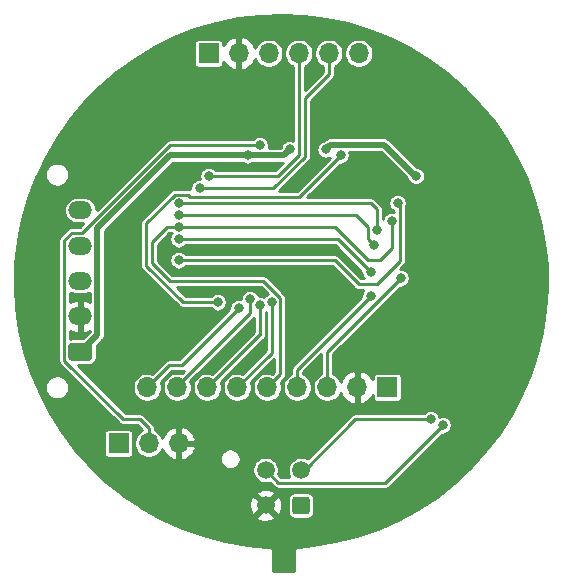
<source format=gbr>
%TF.GenerationSoftware,KiCad,Pcbnew,(5.1.12-1-10_14)*%
%TF.CreationDate,2022-01-19T19:17:41+01:00*%
%TF.ProjectId,CAN_Display,43414e5f-4469-4737-906c-61792e6b6963,rev?*%
%TF.SameCoordinates,Original*%
%TF.FileFunction,Copper,L2,Bot*%
%TF.FilePolarity,Positive*%
%FSLAX46Y46*%
G04 Gerber Fmt 4.6, Leading zero omitted, Abs format (unit mm)*
G04 Created by KiCad (PCBNEW (5.1.12-1-10_14)) date 2022-01-19 19:17:41*
%MOMM*%
%LPD*%
G01*
G04 APERTURE LIST*
%TA.AperFunction,ComponentPad*%
%ADD10O,1.700000X1.700000*%
%TD*%
%TA.AperFunction,ComponentPad*%
%ADD11R,1.700000X1.700000*%
%TD*%
%TA.AperFunction,ComponentPad*%
%ADD12C,1.500000*%
%TD*%
%TA.AperFunction,ComponentPad*%
%ADD13O,2.020000X1.500000*%
%TD*%
%TA.AperFunction,ViaPad*%
%ADD14C,0.800000*%
%TD*%
%TA.AperFunction,Conductor*%
%ADD15C,0.250000*%
%TD*%
%TA.AperFunction,Conductor*%
%ADD16C,0.500000*%
%TD*%
%TA.AperFunction,Conductor*%
%ADD17C,0.254000*%
%TD*%
%TA.AperFunction,Conductor*%
%ADD18C,0.100000*%
%TD*%
G04 APERTURE END LIST*
D10*
%TO.P,J5,3*%
%TO.N,GND*%
X148336000Y-105664000D03*
%TO.P,J5,2*%
%TO.N,UPDI*%
X145796000Y-105664000D03*
D11*
%TO.P,J5,1*%
%TO.N,+5V*%
X143256000Y-105664000D03*
%TD*%
D10*
%TO.P,J4,6*%
%TO.N,N/C*%
X163576000Y-72644000D03*
%TO.P,J4,5*%
%TO.N,SCL*%
X161036000Y-72644000D03*
%TO.P,J4,4*%
%TO.N,SDA*%
X158496000Y-72644000D03*
%TO.P,J4,3*%
%TO.N,KEY*%
X155956000Y-72644000D03*
%TO.P,J4,2*%
%TO.N,GND*%
X153416000Y-72644000D03*
D11*
%TO.P,J4,1*%
%TO.N,+5V*%
X150876000Y-72644000D03*
%TD*%
D10*
%TO.P,J1,9*%
%TO.N,D6*%
X145680000Y-100920000D03*
%TO.P,J1,8*%
%TO.N,D7*%
X148220000Y-100920000D03*
%TO.P,J1,7*%
%TO.N,D8*%
X150760000Y-100920000D03*
%TO.P,J1,6*%
%TO.N,D9*%
X153300000Y-100920000D03*
%TO.P,J1,5*%
%TO.N,SCK*%
X155840000Y-100920000D03*
%TO.P,J1,4*%
%TO.N,MOSI*%
X158380000Y-100920000D03*
%TO.P,J1,3*%
%TO.N,MISO*%
X160920000Y-100920000D03*
%TO.P,J1,2*%
%TO.N,GND*%
X163460000Y-100920000D03*
D11*
%TO.P,J1,1*%
%TO.N,+5V*%
X166000000Y-100920000D03*
%TD*%
D12*
%TO.P,J3,4*%
%TO.N,CAN_H*%
X155702000Y-107920000D03*
%TO.P,J3,3*%
%TO.N,CAN_L*%
X158702000Y-107920000D03*
%TO.P,J3,2*%
%TO.N,GND*%
X155702000Y-110920000D03*
%TO.P,J3,1*%
%TO.N,+5V*%
%TA.AperFunction,ComponentPad*%
G36*
G01*
X159452000Y-110420000D02*
X159452000Y-111420000D01*
G75*
G02*
X159202000Y-111670000I-250000J0D01*
G01*
X158202000Y-111670000D01*
G75*
G02*
X157952000Y-111420000I0J250000D01*
G01*
X157952000Y-110420000D01*
G75*
G02*
X158202000Y-110170000I250000J0D01*
G01*
X159202000Y-110170000D01*
G75*
G02*
X159452000Y-110420000I0J-250000D01*
G01*
G37*
%TD.AperFunction*%
%TD*%
D13*
%TO.P,J2,5*%
%TO.N,Net-(C5-Pad1)*%
X140000000Y-85920000D03*
%TO.P,J2,4*%
%TO.N,RXD*%
X140000000Y-88920000D03*
%TO.P,J2,3*%
%TO.N,TXD*%
X140000000Y-91920000D03*
%TO.P,J2,2*%
%TO.N,GND*%
X140000000Y-94920000D03*
%TO.P,J2,1*%
%TO.N,+5V*%
%TA.AperFunction,ComponentPad*%
G36*
G01*
X140760000Y-98670000D02*
X139240000Y-98670000D01*
G75*
G02*
X138990000Y-98420000I0J250000D01*
G01*
X138990000Y-97420000D01*
G75*
G02*
X139240000Y-97170000I250000J0D01*
G01*
X140760000Y-97170000D01*
G75*
G02*
X141010000Y-97420000I0J-250000D01*
G01*
X141010000Y-98420000D01*
G75*
G02*
X140760000Y-98670000I-250000J0D01*
G01*
G37*
%TD.AperFunction*%
%TD*%
D14*
%TO.N,GND*%
X173736000Y-104140000D03*
X154686000Y-89408000D03*
X147320000Y-89154000D03*
%TO.N,D6*%
X153416000Y-94234000D03*
%TO.N,D7*%
X154361000Y-93425299D03*
%TO.N,SCK*%
X148336000Y-87376000D03*
X166370000Y-86868000D03*
%TO.N,MOSI*%
X148336000Y-85344000D03*
X165100000Y-87630000D03*
X164587347Y-93213347D03*
%TO.N,MISO*%
X148336000Y-86360000D03*
X164846000Y-88900000D03*
X167132000Y-91694000D03*
%TO.N,+5V*%
X154178000Y-81280000D03*
X160782000Y-80785034D03*
X157734000Y-80772000D03*
X168432011Y-83027989D03*
%TO.N,CAN_H*%
X170688000Y-104140000D03*
%TO.N,CAN_L*%
X169672000Y-103632000D03*
%TO.N,D2*%
X148336000Y-90170000D03*
X166878000Y-85344000D03*
%TO.N,SCL*%
X150114000Y-84074000D03*
%TO.N,SDA*%
X150876000Y-83058000D03*
%TO.N,SS*%
X148336000Y-88392000D03*
X164592000Y-91186000D03*
%TO.N,D9*%
X156210000Y-93726000D03*
%TO.N,D8*%
X155194000Y-93980000D03*
%TO.N,D3*%
X162052000Y-81280000D03*
X151638000Y-93726000D03*
%TO.N,UPDI*%
X155194000Y-80430000D03*
%TD*%
D15*
%TO.N,D6*%
X153416000Y-94234000D02*
X148590000Y-99060000D01*
X147540000Y-99060000D02*
X145680000Y-100920000D01*
X148590000Y-99060000D02*
X147540000Y-99060000D01*
%TO.N,D7*%
X154361000Y-93425299D02*
X154361000Y-94671000D01*
X148220000Y-100812000D02*
X148220000Y-100920000D01*
X154361000Y-94671000D02*
X148220000Y-100812000D01*
%TO.N,SCK*%
X148336000Y-87376000D02*
X161290000Y-87376000D01*
X161290000Y-87376000D02*
X161544000Y-87376000D01*
X161544000Y-87376000D02*
X164338000Y-90170000D01*
X164338000Y-90170000D02*
X165354000Y-90170000D01*
X165354000Y-90170000D02*
X166370000Y-89154000D01*
X166370000Y-89154000D02*
X166370000Y-86868000D01*
X147320000Y-87376000D02*
X147770315Y-87376000D01*
X147770315Y-87376000D02*
X148336000Y-87376000D01*
X146050000Y-90424000D02*
X146050000Y-88646000D01*
X155505002Y-91948000D02*
X147574000Y-91948000D01*
X156935001Y-93377999D02*
X155505002Y-91948000D01*
X147574000Y-91948000D02*
X146050000Y-90424000D01*
X156935001Y-99824999D02*
X156935001Y-93377999D01*
X146050000Y-88646000D02*
X147320000Y-87376000D01*
X155840000Y-100920000D02*
X156935001Y-99824999D01*
%TO.N,MOSI*%
X148336000Y-85344000D02*
X164592000Y-85344000D01*
X164592000Y-85344000D02*
X165100000Y-85852000D01*
X165100000Y-85852000D02*
X165100000Y-87630000D01*
X158380000Y-100920000D02*
X158380000Y-99430000D01*
X164587347Y-93222653D02*
X164587347Y-93213347D01*
X158380000Y-99430000D02*
X164587347Y-93222653D01*
%TO.N,MISO*%
X148336000Y-86360000D02*
X163322000Y-86360000D01*
X163322000Y-86360000D02*
X164338000Y-87376000D01*
X164338000Y-87376000D02*
X164338000Y-88392000D01*
X164338000Y-88392000D02*
X164846000Y-88900000D01*
X160920000Y-100920000D02*
X160920000Y-97906000D01*
X160920000Y-97906000D02*
X167132000Y-91694000D01*
D16*
%TO.N,+5V*%
X154178000Y-81280000D02*
X157226000Y-81280000D01*
X157226000Y-81280000D02*
X157734000Y-80772000D01*
X141460010Y-96459990D02*
X140000000Y-97920000D01*
X141460010Y-87393990D02*
X141460010Y-96459990D01*
X147574000Y-81280000D02*
X141460010Y-87393990D01*
X154178000Y-81280000D02*
X147574000Y-81280000D01*
X161181999Y-80385035D02*
X165729035Y-80385035D01*
X160782000Y-80785034D02*
X161181999Y-80385035D01*
X168371989Y-83027989D02*
X168432011Y-83027989D01*
X165729035Y-80385035D02*
X168371989Y-83027989D01*
D15*
%TO.N,CAN_H*%
X165832999Y-108995001D02*
X170688000Y-104140000D01*
X156777001Y-108995001D02*
X165832999Y-108995001D01*
X155702000Y-107920000D02*
X156777001Y-108995001D01*
%TO.N,CAN_L*%
X163288000Y-103632000D02*
X159000000Y-107920000D01*
X169672000Y-103632000D02*
X163288000Y-103632000D01*
%TO.N,D2*%
X148336000Y-90170000D02*
X155194000Y-90170000D01*
X155194000Y-90170000D02*
X161544000Y-90170000D01*
X161544000Y-90170000D02*
X163576000Y-92202000D01*
X163576000Y-92202000D02*
X165100000Y-92202000D01*
X167095001Y-90206999D02*
X167095001Y-85561001D01*
X165100000Y-92202000D02*
X167095001Y-90206999D01*
X167095001Y-85561001D02*
X166878000Y-85344000D01*
%TO.N,SCL*%
X161036000Y-72644000D02*
X161036000Y-74422000D01*
X161036000Y-74422000D02*
X159004000Y-76454000D01*
X156338410Y-84074000D02*
X150114000Y-84074000D01*
X159004000Y-81408410D02*
X156338410Y-84074000D01*
X159004000Y-76454000D02*
X159004000Y-81408410D01*
%TO.N,SDA*%
X158496000Y-81280000D02*
X156718000Y-83058000D01*
X158496000Y-72644000D02*
X158496000Y-81280000D01*
X150876000Y-83058000D02*
X156718000Y-83058000D01*
%TO.N,SS*%
X148336000Y-88392000D02*
X160528000Y-88392000D01*
X160528000Y-88392000D02*
X161798000Y-88392000D01*
X161798000Y-88392000D02*
X164592000Y-91186000D01*
%TO.N,D9*%
X156210000Y-98010000D02*
X153300000Y-100920000D01*
X156210000Y-93726000D02*
X156210000Y-98010000D01*
%TO.N,D8*%
X155160000Y-96520000D02*
X155194000Y-96520000D01*
X150760000Y-100920000D02*
X155160000Y-96520000D01*
X155194000Y-93980000D02*
X155194000Y-96520000D01*
%TO.N,D3*%
X158532999Y-84799001D02*
X149315001Y-84799001D01*
X162052000Y-81280000D02*
X158532999Y-84799001D01*
X149134999Y-84618999D02*
X147987999Y-84618999D01*
X149315001Y-84799001D02*
X149134999Y-84618999D01*
X150182588Y-93726000D02*
X151638000Y-93726000D01*
X145599990Y-87007008D02*
X147987999Y-84618999D01*
X145599990Y-90610400D02*
X145599990Y-87007008D01*
X148715590Y-93726000D02*
X145599990Y-90610400D01*
X150182588Y-93726000D02*
X148715590Y-93726000D01*
%TO.N,UPDI*%
X138664990Y-98658180D02*
X143638810Y-103632000D01*
X138664990Y-88474717D02*
X138664990Y-98658180D01*
X139294717Y-87844990D02*
X138664990Y-88474717D01*
X140195824Y-87844990D02*
X139294717Y-87844990D01*
X147610814Y-80430000D02*
X140195824Y-87844990D01*
X155194000Y-80430000D02*
X147610814Y-80430000D01*
X143638810Y-103632000D02*
X145034000Y-103632000D01*
X145796000Y-104394000D02*
X145796000Y-105664000D01*
X145034000Y-103632000D02*
X145796000Y-104394000D01*
%TD*%
D17*
%TO.N,GND*%
X158968219Y-69475653D02*
X160839421Y-69719067D01*
X162683666Y-70118199D01*
X164488071Y-70670262D01*
X166239932Y-71371369D01*
X167927002Y-72216619D01*
X169537416Y-73200070D01*
X171059884Y-74314823D01*
X172483740Y-75553070D01*
X173798986Y-76906117D01*
X174996399Y-78364477D01*
X176067578Y-79917915D01*
X177005017Y-81555547D01*
X177802129Y-83265866D01*
X178453333Y-85036898D01*
X178954058Y-86856214D01*
X179300788Y-88711035D01*
X179491094Y-90588368D01*
X179523644Y-92475052D01*
X179398204Y-94357830D01*
X179115658Y-96223517D01*
X178677987Y-98059014D01*
X178088261Y-99851446D01*
X177350610Y-101588260D01*
X176470223Y-103257241D01*
X175453264Y-104846701D01*
X174306867Y-106345496D01*
X173039073Y-107743107D01*
X171658778Y-109029729D01*
X170175663Y-110196337D01*
X168600125Y-111234753D01*
X166943229Y-112137685D01*
X165216581Y-112898808D01*
X163432307Y-113512777D01*
X161602913Y-113975289D01*
X159738509Y-114283550D01*
X158496921Y-114400127D01*
X158496000Y-114400036D01*
X158416411Y-114407875D01*
X158339880Y-114431090D01*
X158269348Y-114468790D01*
X158207527Y-114519526D01*
X158156791Y-114581347D01*
X158119091Y-114651879D01*
X158095876Y-114728410D01*
X158090001Y-114788059D01*
X158090000Y-116434000D01*
X156362000Y-116434000D01*
X156362000Y-114788059D01*
X156356125Y-114728410D01*
X156332910Y-114651879D01*
X156295210Y-114581347D01*
X156244474Y-114519526D01*
X156182652Y-114468790D01*
X156112120Y-114431090D01*
X156035589Y-114407875D01*
X155956000Y-114400036D01*
X155876410Y-114407875D01*
X155849043Y-114416177D01*
X154093636Y-114262239D01*
X152234268Y-113940681D01*
X150408345Y-113464667D01*
X148628653Y-112837532D01*
X146907671Y-112063671D01*
X146571057Y-111876993D01*
X154924612Y-111876993D01*
X154990137Y-112115860D01*
X155237116Y-112231760D01*
X155501960Y-112297250D01*
X155774492Y-112309812D01*
X156044238Y-112268965D01*
X156300832Y-112176277D01*
X156413863Y-112115860D01*
X156479388Y-111876993D01*
X155702000Y-111099605D01*
X154924612Y-111876993D01*
X146571057Y-111876993D01*
X145257492Y-111148523D01*
X145024519Y-110992492D01*
X154312188Y-110992492D01*
X154353035Y-111262238D01*
X154445723Y-111518832D01*
X154506140Y-111631863D01*
X154745007Y-111697388D01*
X155522395Y-110920000D01*
X155881605Y-110920000D01*
X156658993Y-111697388D01*
X156897860Y-111631863D01*
X157013760Y-111384884D01*
X157079250Y-111120040D01*
X157091812Y-110847508D01*
X157050965Y-110577762D01*
X156993978Y-110420000D01*
X157569157Y-110420000D01*
X157569157Y-111420000D01*
X157581317Y-111543462D01*
X157617329Y-111662179D01*
X157675810Y-111771589D01*
X157754512Y-111867488D01*
X157850411Y-111946190D01*
X157959821Y-112004671D01*
X158078538Y-112040683D01*
X158202000Y-112052843D01*
X159202000Y-112052843D01*
X159325462Y-112040683D01*
X159444179Y-112004671D01*
X159553589Y-111946190D01*
X159649488Y-111867488D01*
X159728190Y-111771589D01*
X159786671Y-111662179D01*
X159822683Y-111543462D01*
X159834843Y-111420000D01*
X159834843Y-110420000D01*
X159822683Y-110296538D01*
X159786671Y-110177821D01*
X159728190Y-110068411D01*
X159649488Y-109972512D01*
X159553589Y-109893810D01*
X159444179Y-109835329D01*
X159325462Y-109799317D01*
X159202000Y-109787157D01*
X158202000Y-109787157D01*
X158078538Y-109799317D01*
X157959821Y-109835329D01*
X157850411Y-109893810D01*
X157754512Y-109972512D01*
X157675810Y-110068411D01*
X157617329Y-110177821D01*
X157581317Y-110296538D01*
X157569157Y-110420000D01*
X156993978Y-110420000D01*
X156958277Y-110321168D01*
X156897860Y-110208137D01*
X156658993Y-110142612D01*
X155881605Y-110920000D01*
X155522395Y-110920000D01*
X154745007Y-110142612D01*
X154506140Y-110208137D01*
X154390240Y-110455116D01*
X154324750Y-110719960D01*
X154312188Y-110992492D01*
X145024519Y-110992492D01*
X143689668Y-110098494D01*
X143520017Y-109963007D01*
X154924612Y-109963007D01*
X155702000Y-110740395D01*
X156479388Y-109963007D01*
X156413863Y-109724140D01*
X156166884Y-109608240D01*
X155902040Y-109542750D01*
X155629508Y-109530188D01*
X155359762Y-109571035D01*
X155103168Y-109663723D01*
X154990137Y-109724140D01*
X154924612Y-109963007D01*
X143520017Y-109963007D01*
X142215219Y-108920967D01*
X140844467Y-107624182D01*
X139587029Y-106217239D01*
X138530061Y-104814000D01*
X142023157Y-104814000D01*
X142023157Y-106514000D01*
X142030513Y-106588689D01*
X142052299Y-106660508D01*
X142087678Y-106726696D01*
X142135289Y-106784711D01*
X142193304Y-106832322D01*
X142259492Y-106867701D01*
X142331311Y-106889487D01*
X142406000Y-106896843D01*
X144106000Y-106896843D01*
X144180689Y-106889487D01*
X144252508Y-106867701D01*
X144318696Y-106832322D01*
X144376711Y-106784711D01*
X144424322Y-106726696D01*
X144459701Y-106660508D01*
X144481487Y-106588689D01*
X144488843Y-106514000D01*
X144488843Y-104814000D01*
X144481487Y-104739311D01*
X144459701Y-104667492D01*
X144424322Y-104601304D01*
X144376711Y-104543289D01*
X144318696Y-104495678D01*
X144252508Y-104460299D01*
X144180689Y-104438513D01*
X144106000Y-104431157D01*
X142406000Y-104431157D01*
X142331311Y-104438513D01*
X142259492Y-104460299D01*
X142193304Y-104495678D01*
X142135289Y-104543289D01*
X142087678Y-104601304D01*
X142052299Y-104667492D01*
X142030513Y-104739311D01*
X142023157Y-104814000D01*
X138530061Y-104814000D01*
X138451743Y-104710025D01*
X137446549Y-103113086D01*
X136578514Y-101437641D01*
X136321535Y-100819933D01*
X137024000Y-100819933D01*
X137024000Y-101020067D01*
X137063044Y-101216356D01*
X137139632Y-101401256D01*
X137250821Y-101567662D01*
X137392338Y-101709179D01*
X137558744Y-101820368D01*
X137743644Y-101896956D01*
X137939933Y-101936000D01*
X138140067Y-101936000D01*
X138336356Y-101896956D01*
X138521256Y-101820368D01*
X138687662Y-101709179D01*
X138829179Y-101567662D01*
X138940368Y-101401256D01*
X139016956Y-101216356D01*
X139056000Y-101020067D01*
X139056000Y-100819933D01*
X139016956Y-100623644D01*
X138940368Y-100438744D01*
X138829179Y-100272338D01*
X138687662Y-100130821D01*
X138521256Y-100019632D01*
X138336356Y-99943044D01*
X138140067Y-99904000D01*
X137939933Y-99904000D01*
X137743644Y-99943044D01*
X137558744Y-100019632D01*
X137392338Y-100130821D01*
X137250821Y-100272338D01*
X137139632Y-100438744D01*
X137063044Y-100623644D01*
X137024000Y-100819933D01*
X136321535Y-100819933D01*
X135853719Y-99695435D01*
X135277250Y-97898690D01*
X134853151Y-96060008D01*
X134584396Y-94192285D01*
X134472871Y-92308636D01*
X134519357Y-90422239D01*
X134723527Y-88546374D01*
X134737470Y-88474717D01*
X138156543Y-88474717D01*
X138158990Y-88499563D01*
X138158991Y-98633324D01*
X138156543Y-98658180D01*
X138166312Y-98757372D01*
X138195245Y-98852754D01*
X138195246Y-98852755D01*
X138242232Y-98940659D01*
X138305464Y-99017707D01*
X138324771Y-99033552D01*
X143263438Y-103972220D01*
X143279283Y-103991527D01*
X143356331Y-104054759D01*
X143444235Y-104101745D01*
X143539617Y-104130678D01*
X143638810Y-104140448D01*
X143663664Y-104138000D01*
X144824409Y-104138000D01*
X145245859Y-104559451D01*
X145212903Y-104573102D01*
X145011283Y-104707820D01*
X144839820Y-104879283D01*
X144705102Y-105080903D01*
X144612307Y-105304931D01*
X144565000Y-105542757D01*
X144565000Y-105785243D01*
X144612307Y-106023069D01*
X144705102Y-106247097D01*
X144839820Y-106448717D01*
X145011283Y-106620180D01*
X145212903Y-106754898D01*
X145436931Y-106847693D01*
X145674757Y-106895000D01*
X145917243Y-106895000D01*
X146155069Y-106847693D01*
X146379097Y-106754898D01*
X146580717Y-106620180D01*
X146752180Y-106448717D01*
X146886898Y-106247097D01*
X146934228Y-106132832D01*
X146991843Y-106295252D01*
X147140822Y-106545355D01*
X147335731Y-106761588D01*
X147569080Y-106935641D01*
X147831901Y-107060825D01*
X147979110Y-107105476D01*
X148209000Y-106984155D01*
X148209000Y-105791000D01*
X148463000Y-105791000D01*
X148463000Y-106984155D01*
X148692890Y-107105476D01*
X148840099Y-107060825D01*
X149102920Y-106935641D01*
X149159780Y-106893229D01*
X151821000Y-106893229D01*
X151821000Y-107066771D01*
X151854856Y-107236978D01*
X151921268Y-107397310D01*
X152017682Y-107541605D01*
X152140395Y-107664318D01*
X152284690Y-107760732D01*
X152445022Y-107827144D01*
X152615229Y-107861000D01*
X152788771Y-107861000D01*
X152958978Y-107827144D01*
X153003732Y-107808606D01*
X154571000Y-107808606D01*
X154571000Y-108031394D01*
X154614464Y-108249900D01*
X154699721Y-108455729D01*
X154823495Y-108640970D01*
X154981030Y-108798505D01*
X155166271Y-108922279D01*
X155372100Y-109007536D01*
X155590606Y-109051000D01*
X155813394Y-109051000D01*
X156031900Y-109007536D01*
X156061630Y-108995222D01*
X156401629Y-109335221D01*
X156417474Y-109354528D01*
X156494522Y-109417760D01*
X156582426Y-109464746D01*
X156677808Y-109493679D01*
X156752147Y-109501001D01*
X156752155Y-109501001D01*
X156777001Y-109503448D01*
X156801847Y-109501001D01*
X165808153Y-109501001D01*
X165832999Y-109503448D01*
X165857845Y-109501001D01*
X165857853Y-109501001D01*
X165932192Y-109493679D01*
X166027574Y-109464746D01*
X166115478Y-109417760D01*
X166192526Y-109354528D01*
X166208375Y-109335216D01*
X170622592Y-104921000D01*
X170764922Y-104921000D01*
X170915809Y-104890987D01*
X171057942Y-104832113D01*
X171185859Y-104746642D01*
X171294642Y-104637859D01*
X171380113Y-104509942D01*
X171438987Y-104367809D01*
X171469000Y-104216922D01*
X171469000Y-104063078D01*
X171438987Y-103912191D01*
X171380113Y-103770058D01*
X171294642Y-103642141D01*
X171185859Y-103533358D01*
X171057942Y-103447887D01*
X170915809Y-103389013D01*
X170764922Y-103359000D01*
X170611078Y-103359000D01*
X170460191Y-103389013D01*
X170423030Y-103404406D01*
X170422987Y-103404191D01*
X170364113Y-103262058D01*
X170278642Y-103134141D01*
X170169859Y-103025358D01*
X170041942Y-102939887D01*
X169899809Y-102881013D01*
X169748922Y-102851000D01*
X169595078Y-102851000D01*
X169444191Y-102881013D01*
X169302058Y-102939887D01*
X169174141Y-103025358D01*
X169073499Y-103126000D01*
X163312854Y-103126000D01*
X163288000Y-103123552D01*
X163263146Y-103126000D01*
X163188807Y-103133322D01*
X163093425Y-103162255D01*
X163005521Y-103209241D01*
X162928473Y-103272473D01*
X162912630Y-103291778D01*
X159267078Y-106937331D01*
X159237729Y-106917721D01*
X159031900Y-106832464D01*
X158813394Y-106789000D01*
X158590606Y-106789000D01*
X158372100Y-106832464D01*
X158166271Y-106917721D01*
X157981030Y-107041495D01*
X157823495Y-107199030D01*
X157699721Y-107384271D01*
X157614464Y-107590100D01*
X157571000Y-107808606D01*
X157571000Y-108031394D01*
X157614464Y-108249900D01*
X157699721Y-108455729D01*
X157721953Y-108489001D01*
X156986593Y-108489001D01*
X156777222Y-108279630D01*
X156789536Y-108249900D01*
X156833000Y-108031394D01*
X156833000Y-107808606D01*
X156789536Y-107590100D01*
X156704279Y-107384271D01*
X156580505Y-107199030D01*
X156422970Y-107041495D01*
X156237729Y-106917721D01*
X156031900Y-106832464D01*
X155813394Y-106789000D01*
X155590606Y-106789000D01*
X155372100Y-106832464D01*
X155166271Y-106917721D01*
X154981030Y-107041495D01*
X154823495Y-107199030D01*
X154699721Y-107384271D01*
X154614464Y-107590100D01*
X154571000Y-107808606D01*
X153003732Y-107808606D01*
X153119310Y-107760732D01*
X153263605Y-107664318D01*
X153386318Y-107541605D01*
X153482732Y-107397310D01*
X153549144Y-107236978D01*
X153583000Y-107066771D01*
X153583000Y-106893229D01*
X153549144Y-106723022D01*
X153482732Y-106562690D01*
X153386318Y-106418395D01*
X153263605Y-106295682D01*
X153119310Y-106199268D01*
X152958978Y-106132856D01*
X152788771Y-106099000D01*
X152615229Y-106099000D01*
X152445022Y-106132856D01*
X152284690Y-106199268D01*
X152140395Y-106295682D01*
X152017682Y-106418395D01*
X151921268Y-106562690D01*
X151854856Y-106723022D01*
X151821000Y-106893229D01*
X149159780Y-106893229D01*
X149336269Y-106761588D01*
X149531178Y-106545355D01*
X149680157Y-106295252D01*
X149777481Y-106020891D01*
X149656814Y-105791000D01*
X148463000Y-105791000D01*
X148209000Y-105791000D01*
X148189000Y-105791000D01*
X148189000Y-105537000D01*
X148209000Y-105537000D01*
X148209000Y-104343845D01*
X148463000Y-104343845D01*
X148463000Y-105537000D01*
X149656814Y-105537000D01*
X149777481Y-105307109D01*
X149680157Y-105032748D01*
X149531178Y-104782645D01*
X149336269Y-104566412D01*
X149102920Y-104392359D01*
X148840099Y-104267175D01*
X148692890Y-104222524D01*
X148463000Y-104343845D01*
X148209000Y-104343845D01*
X147979110Y-104222524D01*
X147831901Y-104267175D01*
X147569080Y-104392359D01*
X147335731Y-104566412D01*
X147140822Y-104782645D01*
X146991843Y-105032748D01*
X146934228Y-105195168D01*
X146886898Y-105080903D01*
X146752180Y-104879283D01*
X146580717Y-104707820D01*
X146379097Y-104573102D01*
X146302000Y-104541168D01*
X146302000Y-104418854D01*
X146304448Y-104394000D01*
X146294678Y-104294807D01*
X146265745Y-104199425D01*
X146218759Y-104111521D01*
X146155527Y-104034473D01*
X146136220Y-104018628D01*
X145409376Y-103291785D01*
X145393527Y-103272473D01*
X145316479Y-103209241D01*
X145228575Y-103162255D01*
X145133193Y-103133322D01*
X145058854Y-103126000D01*
X145058846Y-103126000D01*
X145034000Y-103123553D01*
X145009154Y-103126000D01*
X143848402Y-103126000D01*
X139775244Y-99052843D01*
X140760000Y-99052843D01*
X140883462Y-99040683D01*
X141002179Y-99004671D01*
X141111589Y-98946190D01*
X141207488Y-98867488D01*
X141286190Y-98771589D01*
X141344671Y-98662179D01*
X141380683Y-98543462D01*
X141392843Y-98420000D01*
X141392843Y-97420000D01*
X141392800Y-97419568D01*
X141884278Y-96928091D01*
X141908353Y-96908333D01*
X141987206Y-96812251D01*
X142045799Y-96702632D01*
X142081880Y-96583688D01*
X142091010Y-96490988D01*
X142091010Y-96490981D01*
X142094062Y-96459990D01*
X142091010Y-96429000D01*
X142091010Y-87655358D01*
X147835369Y-81911000D01*
X153716595Y-81911000D01*
X153808058Y-81972113D01*
X153950191Y-82030987D01*
X154101078Y-82061000D01*
X154254922Y-82061000D01*
X154405809Y-82030987D01*
X154547942Y-81972113D01*
X154639405Y-81911000D01*
X157149409Y-81911000D01*
X156508409Y-82552000D01*
X151474501Y-82552000D01*
X151373859Y-82451358D01*
X151245942Y-82365887D01*
X151103809Y-82307013D01*
X150952922Y-82277000D01*
X150799078Y-82277000D01*
X150648191Y-82307013D01*
X150506058Y-82365887D01*
X150378141Y-82451358D01*
X150269358Y-82560141D01*
X150183887Y-82688058D01*
X150125013Y-82830191D01*
X150095000Y-82981078D01*
X150095000Y-83134922D01*
X150125013Y-83285809D01*
X150127992Y-83293000D01*
X150037078Y-83293000D01*
X149886191Y-83323013D01*
X149744058Y-83381887D01*
X149616141Y-83467358D01*
X149507358Y-83576141D01*
X149421887Y-83704058D01*
X149363013Y-83846191D01*
X149333000Y-83997078D01*
X149333000Y-84150922D01*
X149333036Y-84151105D01*
X149329574Y-84149254D01*
X149234192Y-84120321D01*
X149159853Y-84112999D01*
X149159845Y-84112999D01*
X149134999Y-84110552D01*
X149110153Y-84112999D01*
X148012853Y-84112999D01*
X147987999Y-84110551D01*
X147963145Y-84112999D01*
X147888806Y-84120321D01*
X147793424Y-84149254D01*
X147705520Y-84196240D01*
X147628472Y-84259472D01*
X147612627Y-84278779D01*
X145259771Y-86631636D01*
X145240464Y-86647481D01*
X145177232Y-86724529D01*
X145174339Y-86729942D01*
X145130245Y-86812434D01*
X145101312Y-86907816D01*
X145091543Y-87007008D01*
X145093991Y-87031864D01*
X145093990Y-90585554D01*
X145091543Y-90610400D01*
X145093990Y-90635246D01*
X145093990Y-90635253D01*
X145101312Y-90709592D01*
X145130245Y-90804974D01*
X145177231Y-90892879D01*
X145240463Y-90969927D01*
X145259775Y-90985776D01*
X148340218Y-94066220D01*
X148356063Y-94085527D01*
X148433111Y-94148759D01*
X148521015Y-94195745D01*
X148616397Y-94224678D01*
X148715590Y-94234448D01*
X148740444Y-94232000D01*
X151039499Y-94232000D01*
X151140141Y-94332642D01*
X151268058Y-94418113D01*
X151410191Y-94476987D01*
X151561078Y-94507000D01*
X151714922Y-94507000D01*
X151865809Y-94476987D01*
X152007942Y-94418113D01*
X152135859Y-94332642D01*
X152244642Y-94223859D01*
X152330113Y-94095942D01*
X152388987Y-93953809D01*
X152419000Y-93802922D01*
X152419000Y-93649078D01*
X152388987Y-93498191D01*
X152330113Y-93356058D01*
X152244642Y-93228141D01*
X152135859Y-93119358D01*
X152007942Y-93033887D01*
X151865809Y-92975013D01*
X151714922Y-92945000D01*
X151561078Y-92945000D01*
X151410191Y-92975013D01*
X151268058Y-93033887D01*
X151140141Y-93119358D01*
X151039499Y-93220000D01*
X148925182Y-93220000D01*
X148159182Y-92454000D01*
X155295411Y-92454000D01*
X155864976Y-93023566D01*
X155840058Y-93033887D01*
X155712141Y-93119358D01*
X155603358Y-93228141D01*
X155563547Y-93287723D01*
X155421809Y-93229013D01*
X155270922Y-93199000D01*
X155117078Y-93199000D01*
X155112470Y-93199917D01*
X155111987Y-93197490D01*
X155053113Y-93055357D01*
X154967642Y-92927440D01*
X154858859Y-92818657D01*
X154730942Y-92733186D01*
X154588809Y-92674312D01*
X154437922Y-92644299D01*
X154284078Y-92644299D01*
X154133191Y-92674312D01*
X153991058Y-92733186D01*
X153863141Y-92818657D01*
X153754358Y-92927440D01*
X153668887Y-93055357D01*
X153610013Y-93197490D01*
X153580000Y-93348377D01*
X153580000Y-93470321D01*
X153492922Y-93453000D01*
X153339078Y-93453000D01*
X153188191Y-93483013D01*
X153046058Y-93541887D01*
X152918141Y-93627358D01*
X152809358Y-93736141D01*
X152723887Y-93864058D01*
X152665013Y-94006191D01*
X152635000Y-94157078D01*
X152635000Y-94299408D01*
X148380409Y-98554000D01*
X147564845Y-98554000D01*
X147539999Y-98551553D01*
X147515153Y-98554000D01*
X147515146Y-98554000D01*
X147450694Y-98560348D01*
X147440806Y-98561322D01*
X147403238Y-98572718D01*
X147345425Y-98590255D01*
X147257521Y-98637241D01*
X147180473Y-98700473D01*
X147164629Y-98719779D01*
X146116167Y-99768242D01*
X146039069Y-99736307D01*
X145801243Y-99689000D01*
X145558757Y-99689000D01*
X145320931Y-99736307D01*
X145096903Y-99829102D01*
X144895283Y-99963820D01*
X144723820Y-100135283D01*
X144589102Y-100336903D01*
X144496307Y-100560931D01*
X144449000Y-100798757D01*
X144449000Y-101041243D01*
X144496307Y-101279069D01*
X144589102Y-101503097D01*
X144723820Y-101704717D01*
X144895283Y-101876180D01*
X145096903Y-102010898D01*
X145320931Y-102103693D01*
X145558757Y-102151000D01*
X145801243Y-102151000D01*
X146039069Y-102103693D01*
X146263097Y-102010898D01*
X146464717Y-101876180D01*
X146636180Y-101704717D01*
X146770898Y-101503097D01*
X146863693Y-101279069D01*
X146911000Y-101041243D01*
X146911000Y-100798757D01*
X146863693Y-100560931D01*
X146831758Y-100483833D01*
X147749592Y-99566000D01*
X148565154Y-99566000D01*
X148590000Y-99568447D01*
X148614846Y-99566000D01*
X148614854Y-99566000D01*
X148689193Y-99558678D01*
X148784575Y-99529745D01*
X148789062Y-99527346D01*
X148579799Y-99736610D01*
X148579069Y-99736307D01*
X148341243Y-99689000D01*
X148098757Y-99689000D01*
X147860931Y-99736307D01*
X147636903Y-99829102D01*
X147435283Y-99963820D01*
X147263820Y-100135283D01*
X147129102Y-100336903D01*
X147036307Y-100560931D01*
X146989000Y-100798757D01*
X146989000Y-101041243D01*
X147036307Y-101279069D01*
X147129102Y-101503097D01*
X147263820Y-101704717D01*
X147435283Y-101876180D01*
X147636903Y-102010898D01*
X147860931Y-102103693D01*
X148098757Y-102151000D01*
X148341243Y-102151000D01*
X148579069Y-102103693D01*
X148803097Y-102010898D01*
X149004717Y-101876180D01*
X149176180Y-101704717D01*
X149310898Y-101503097D01*
X149403693Y-101279069D01*
X149451000Y-101041243D01*
X149451000Y-100798757D01*
X149403693Y-100560931D01*
X149340126Y-100407465D01*
X154688000Y-95059592D01*
X154688001Y-96276407D01*
X151196167Y-99768242D01*
X151119069Y-99736307D01*
X150881243Y-99689000D01*
X150638757Y-99689000D01*
X150400931Y-99736307D01*
X150176903Y-99829102D01*
X149975283Y-99963820D01*
X149803820Y-100135283D01*
X149669102Y-100336903D01*
X149576307Y-100560931D01*
X149529000Y-100798757D01*
X149529000Y-101041243D01*
X149576307Y-101279069D01*
X149669102Y-101503097D01*
X149803820Y-101704717D01*
X149975283Y-101876180D01*
X150176903Y-102010898D01*
X150400931Y-102103693D01*
X150638757Y-102151000D01*
X150881243Y-102151000D01*
X151119069Y-102103693D01*
X151343097Y-102010898D01*
X151544717Y-101876180D01*
X151716180Y-101704717D01*
X151850898Y-101503097D01*
X151943693Y-101279069D01*
X151991000Y-101041243D01*
X151991000Y-100798757D01*
X151943693Y-100560931D01*
X151911758Y-100483833D01*
X155425680Y-96969912D01*
X155476479Y-96942759D01*
X155553527Y-96879527D01*
X155616759Y-96802479D01*
X155663745Y-96714575D01*
X155692678Y-96619193D01*
X155702448Y-96520000D01*
X155700000Y-96495146D01*
X155700000Y-94578501D01*
X155704000Y-94574501D01*
X155704001Y-97800407D01*
X153736167Y-99768242D01*
X153659069Y-99736307D01*
X153421243Y-99689000D01*
X153178757Y-99689000D01*
X152940931Y-99736307D01*
X152716903Y-99829102D01*
X152515283Y-99963820D01*
X152343820Y-100135283D01*
X152209102Y-100336903D01*
X152116307Y-100560931D01*
X152069000Y-100798757D01*
X152069000Y-101041243D01*
X152116307Y-101279069D01*
X152209102Y-101503097D01*
X152343820Y-101704717D01*
X152515283Y-101876180D01*
X152716903Y-102010898D01*
X152940931Y-102103693D01*
X153178757Y-102151000D01*
X153421243Y-102151000D01*
X153659069Y-102103693D01*
X153883097Y-102010898D01*
X154084717Y-101876180D01*
X154256180Y-101704717D01*
X154390898Y-101503097D01*
X154483693Y-101279069D01*
X154531000Y-101041243D01*
X154531000Y-100798757D01*
X154483693Y-100560931D01*
X154451758Y-100483833D01*
X156429001Y-98506591D01*
X156429001Y-99615407D01*
X156276167Y-99768242D01*
X156199069Y-99736307D01*
X155961243Y-99689000D01*
X155718757Y-99689000D01*
X155480931Y-99736307D01*
X155256903Y-99829102D01*
X155055283Y-99963820D01*
X154883820Y-100135283D01*
X154749102Y-100336903D01*
X154656307Y-100560931D01*
X154609000Y-100798757D01*
X154609000Y-101041243D01*
X154656307Y-101279069D01*
X154749102Y-101503097D01*
X154883820Y-101704717D01*
X155055283Y-101876180D01*
X155256903Y-102010898D01*
X155480931Y-102103693D01*
X155718757Y-102151000D01*
X155961243Y-102151000D01*
X156199069Y-102103693D01*
X156423097Y-102010898D01*
X156624717Y-101876180D01*
X156796180Y-101704717D01*
X156930898Y-101503097D01*
X157023693Y-101279069D01*
X157071000Y-101041243D01*
X157071000Y-100798757D01*
X157023693Y-100560931D01*
X156991758Y-100483833D01*
X157275221Y-100200371D01*
X157294528Y-100184526D01*
X157357760Y-100107478D01*
X157404746Y-100019574D01*
X157427850Y-99943409D01*
X157433679Y-99924193D01*
X157437365Y-99886764D01*
X157441001Y-99849853D01*
X157441001Y-99849846D01*
X157443448Y-99825000D01*
X157441001Y-99800154D01*
X157441001Y-93402845D01*
X157443448Y-93377999D01*
X157441001Y-93353153D01*
X157441001Y-93353145D01*
X157433679Y-93278806D01*
X157404746Y-93183424D01*
X157357760Y-93095520D01*
X157294528Y-93018472D01*
X157275221Y-93002627D01*
X155880378Y-91607785D01*
X155864529Y-91588473D01*
X155787481Y-91525241D01*
X155699577Y-91478255D01*
X155604195Y-91449322D01*
X155529856Y-91442000D01*
X155529848Y-91442000D01*
X155505002Y-91439553D01*
X155480156Y-91442000D01*
X147783592Y-91442000D01*
X146556000Y-90214409D01*
X146556000Y-88855591D01*
X147529592Y-87882000D01*
X147737499Y-87882000D01*
X147739499Y-87884000D01*
X147729358Y-87894141D01*
X147643887Y-88022058D01*
X147585013Y-88164191D01*
X147555000Y-88315078D01*
X147555000Y-88468922D01*
X147585013Y-88619809D01*
X147643887Y-88761942D01*
X147729358Y-88889859D01*
X147838141Y-88998642D01*
X147966058Y-89084113D01*
X148108191Y-89142987D01*
X148259078Y-89173000D01*
X148412922Y-89173000D01*
X148563809Y-89142987D01*
X148705942Y-89084113D01*
X148833859Y-88998642D01*
X148934501Y-88898000D01*
X161588409Y-88898000D01*
X163811000Y-91120592D01*
X163811000Y-91262922D01*
X163841013Y-91413809D01*
X163899887Y-91555942D01*
X163985358Y-91683859D01*
X163997499Y-91696000D01*
X163785592Y-91696000D01*
X161919376Y-89829785D01*
X161903527Y-89810473D01*
X161826479Y-89747241D01*
X161738575Y-89700255D01*
X161643193Y-89671322D01*
X161568854Y-89664000D01*
X161568846Y-89664000D01*
X161544000Y-89661553D01*
X161519154Y-89664000D01*
X148934501Y-89664000D01*
X148833859Y-89563358D01*
X148705942Y-89477887D01*
X148563809Y-89419013D01*
X148412922Y-89389000D01*
X148259078Y-89389000D01*
X148108191Y-89419013D01*
X147966058Y-89477887D01*
X147838141Y-89563358D01*
X147729358Y-89672141D01*
X147643887Y-89800058D01*
X147585013Y-89942191D01*
X147555000Y-90093078D01*
X147555000Y-90246922D01*
X147585013Y-90397809D01*
X147643887Y-90539942D01*
X147729358Y-90667859D01*
X147838141Y-90776642D01*
X147966058Y-90862113D01*
X148108191Y-90920987D01*
X148259078Y-90951000D01*
X148412922Y-90951000D01*
X148563809Y-90920987D01*
X148705942Y-90862113D01*
X148833859Y-90776642D01*
X148934501Y-90676000D01*
X161334409Y-90676000D01*
X163200628Y-92542220D01*
X163216473Y-92561527D01*
X163293521Y-92624759D01*
X163381425Y-92671745D01*
X163476807Y-92700678D01*
X163551146Y-92708000D01*
X163551154Y-92708000D01*
X163576000Y-92710447D01*
X163600846Y-92708000D01*
X163988193Y-92708000D01*
X163980705Y-92715488D01*
X163895234Y-92843405D01*
X163836360Y-92985538D01*
X163806347Y-93136425D01*
X163806347Y-93288061D01*
X158039781Y-99054628D01*
X158020474Y-99070473D01*
X157957242Y-99147521D01*
X157951003Y-99159194D01*
X157910255Y-99235426D01*
X157881322Y-99330808D01*
X157871553Y-99430000D01*
X157874001Y-99454856D01*
X157874001Y-99797167D01*
X157796903Y-99829102D01*
X157595283Y-99963820D01*
X157423820Y-100135283D01*
X157289102Y-100336903D01*
X157196307Y-100560931D01*
X157149000Y-100798757D01*
X157149000Y-101041243D01*
X157196307Y-101279069D01*
X157289102Y-101503097D01*
X157423820Y-101704717D01*
X157595283Y-101876180D01*
X157796903Y-102010898D01*
X158020931Y-102103693D01*
X158258757Y-102151000D01*
X158501243Y-102151000D01*
X158739069Y-102103693D01*
X158963097Y-102010898D01*
X159164717Y-101876180D01*
X159336180Y-101704717D01*
X159470898Y-101503097D01*
X159563693Y-101279069D01*
X159611000Y-101041243D01*
X159611000Y-100798757D01*
X159563693Y-100560931D01*
X159470898Y-100336903D01*
X159336180Y-100135283D01*
X159164717Y-99963820D01*
X158963097Y-99829102D01*
X158886000Y-99797168D01*
X158886000Y-99639591D01*
X160414001Y-98111590D01*
X160414000Y-99797167D01*
X160336903Y-99829102D01*
X160135283Y-99963820D01*
X159963820Y-100135283D01*
X159829102Y-100336903D01*
X159736307Y-100560931D01*
X159689000Y-100798757D01*
X159689000Y-101041243D01*
X159736307Y-101279069D01*
X159829102Y-101503097D01*
X159963820Y-101704717D01*
X160135283Y-101876180D01*
X160336903Y-102010898D01*
X160560931Y-102103693D01*
X160798757Y-102151000D01*
X161041243Y-102151000D01*
X161279069Y-102103693D01*
X161503097Y-102010898D01*
X161704717Y-101876180D01*
X161876180Y-101704717D01*
X162010898Y-101503097D01*
X162058228Y-101388832D01*
X162115843Y-101551252D01*
X162264822Y-101801355D01*
X162459731Y-102017588D01*
X162693080Y-102191641D01*
X162955901Y-102316825D01*
X163103110Y-102361476D01*
X163333000Y-102240155D01*
X163333000Y-101047000D01*
X163313000Y-101047000D01*
X163313000Y-100793000D01*
X163333000Y-100793000D01*
X163333000Y-99599845D01*
X163587000Y-99599845D01*
X163587000Y-100793000D01*
X163607000Y-100793000D01*
X163607000Y-101047000D01*
X163587000Y-101047000D01*
X163587000Y-102240155D01*
X163816890Y-102361476D01*
X163964099Y-102316825D01*
X164226920Y-102191641D01*
X164460269Y-102017588D01*
X164655178Y-101801355D01*
X164767157Y-101613367D01*
X164767157Y-101770000D01*
X164774513Y-101844689D01*
X164796299Y-101916508D01*
X164831678Y-101982696D01*
X164879289Y-102040711D01*
X164937304Y-102088322D01*
X165003492Y-102123701D01*
X165075311Y-102145487D01*
X165150000Y-102152843D01*
X166850000Y-102152843D01*
X166924689Y-102145487D01*
X166996508Y-102123701D01*
X167062696Y-102088322D01*
X167120711Y-102040711D01*
X167168322Y-101982696D01*
X167203701Y-101916508D01*
X167225487Y-101844689D01*
X167232843Y-101770000D01*
X167232843Y-100070000D01*
X167225487Y-99995311D01*
X167203701Y-99923492D01*
X167168322Y-99857304D01*
X167120711Y-99799289D01*
X167062696Y-99751678D01*
X166996508Y-99716299D01*
X166924689Y-99694513D01*
X166850000Y-99687157D01*
X165150000Y-99687157D01*
X165075311Y-99694513D01*
X165003492Y-99716299D01*
X164937304Y-99751678D01*
X164879289Y-99799289D01*
X164831678Y-99857304D01*
X164796299Y-99923492D01*
X164774513Y-99995311D01*
X164767157Y-100070000D01*
X164767157Y-100226633D01*
X164655178Y-100038645D01*
X164460269Y-99822412D01*
X164226920Y-99648359D01*
X163964099Y-99523175D01*
X163816890Y-99478524D01*
X163587000Y-99599845D01*
X163333000Y-99599845D01*
X163103110Y-99478524D01*
X162955901Y-99523175D01*
X162693080Y-99648359D01*
X162459731Y-99822412D01*
X162264822Y-100038645D01*
X162115843Y-100288748D01*
X162058228Y-100451168D01*
X162010898Y-100336903D01*
X161876180Y-100135283D01*
X161704717Y-99963820D01*
X161503097Y-99829102D01*
X161426000Y-99797168D01*
X161426000Y-98115591D01*
X167066592Y-92475000D01*
X167208922Y-92475000D01*
X167359809Y-92444987D01*
X167501942Y-92386113D01*
X167629859Y-92300642D01*
X167738642Y-92191859D01*
X167824113Y-92063942D01*
X167882987Y-91921809D01*
X167913000Y-91770922D01*
X167913000Y-91617078D01*
X167882987Y-91466191D01*
X167824113Y-91324058D01*
X167738642Y-91196141D01*
X167629859Y-91087358D01*
X167501942Y-91001887D01*
X167359809Y-90943013D01*
X167208922Y-90913000D01*
X167104592Y-90913000D01*
X167435221Y-90582371D01*
X167454528Y-90566526D01*
X167517760Y-90489478D01*
X167564746Y-90401574D01*
X167593679Y-90306192D01*
X167601001Y-90231853D01*
X167601001Y-90231846D01*
X167603448Y-90207000D01*
X167601001Y-90182154D01*
X167601001Y-85639373D01*
X167628987Y-85571809D01*
X167659000Y-85420922D01*
X167659000Y-85267078D01*
X167628987Y-85116191D01*
X167570113Y-84974058D01*
X167484642Y-84846141D01*
X167375859Y-84737358D01*
X167247942Y-84651887D01*
X167105809Y-84593013D01*
X166954922Y-84563000D01*
X166801078Y-84563000D01*
X166650191Y-84593013D01*
X166508058Y-84651887D01*
X166380141Y-84737358D01*
X166271358Y-84846141D01*
X166185887Y-84974058D01*
X166127013Y-85116191D01*
X166097000Y-85267078D01*
X166097000Y-85420922D01*
X166127013Y-85571809D01*
X166185887Y-85713942D01*
X166271358Y-85841859D01*
X166380141Y-85950642D01*
X166508058Y-86036113D01*
X166589002Y-86069641D01*
X166589002Y-86115261D01*
X166446922Y-86087000D01*
X166293078Y-86087000D01*
X166142191Y-86117013D01*
X166000058Y-86175887D01*
X165872141Y-86261358D01*
X165763358Y-86370141D01*
X165677887Y-86498058D01*
X165619013Y-86640191D01*
X165606000Y-86705612D01*
X165606000Y-85876845D01*
X165608447Y-85851999D01*
X165606000Y-85827153D01*
X165606000Y-85827146D01*
X165598678Y-85752807D01*
X165569745Y-85657425D01*
X165522759Y-85569521D01*
X165459527Y-85492473D01*
X165440220Y-85476628D01*
X164967376Y-85003785D01*
X164951527Y-84984473D01*
X164874479Y-84921241D01*
X164786575Y-84874255D01*
X164691193Y-84845322D01*
X164616854Y-84838000D01*
X164616846Y-84838000D01*
X164592000Y-84835553D01*
X164567154Y-84838000D01*
X159209591Y-84838000D01*
X161986592Y-82061000D01*
X162128922Y-82061000D01*
X162279809Y-82030987D01*
X162421942Y-81972113D01*
X162549859Y-81886642D01*
X162658642Y-81777859D01*
X162744113Y-81649942D01*
X162802987Y-81507809D01*
X162833000Y-81356922D01*
X162833000Y-81203078D01*
X162802987Y-81052191D01*
X162788011Y-81016035D01*
X165467667Y-81016035D01*
X167674467Y-83222835D01*
X167681024Y-83255798D01*
X167739898Y-83397931D01*
X167825369Y-83525848D01*
X167934152Y-83634631D01*
X168062069Y-83720102D01*
X168204202Y-83778976D01*
X168355089Y-83808989D01*
X168508933Y-83808989D01*
X168659820Y-83778976D01*
X168801953Y-83720102D01*
X168929870Y-83634631D01*
X169038653Y-83525848D01*
X169124124Y-83397931D01*
X169182998Y-83255798D01*
X169213011Y-83104911D01*
X169213011Y-82951067D01*
X169182998Y-82800180D01*
X169124124Y-82658047D01*
X169038653Y-82530130D01*
X168929870Y-82421347D01*
X168801953Y-82335876D01*
X168659820Y-82277002D01*
X168508933Y-82246989D01*
X168483357Y-82246989D01*
X166197140Y-79960772D01*
X166177378Y-79936692D01*
X166081296Y-79857839D01*
X165971677Y-79799246D01*
X165852733Y-79763165D01*
X165760033Y-79754035D01*
X165760025Y-79754035D01*
X165729035Y-79750983D01*
X165698045Y-79754035D01*
X161212989Y-79754035D01*
X161181998Y-79750983D01*
X161151008Y-79754035D01*
X161151001Y-79754035D01*
X161058301Y-79763165D01*
X160939357Y-79799246D01*
X160829738Y-79857839D01*
X160733656Y-79936692D01*
X160713894Y-79960772D01*
X160662079Y-80012587D01*
X160554191Y-80034047D01*
X160412058Y-80092921D01*
X160284141Y-80178392D01*
X160175358Y-80287175D01*
X160089887Y-80415092D01*
X160031013Y-80557225D01*
X160001000Y-80708112D01*
X160001000Y-80861956D01*
X160031013Y-81012843D01*
X160089887Y-81154976D01*
X160175358Y-81282893D01*
X160284141Y-81391676D01*
X160412058Y-81477147D01*
X160554191Y-81536021D01*
X160705078Y-81566034D01*
X160858922Y-81566034D01*
X161009809Y-81536021D01*
X161130294Y-81486114D01*
X158323408Y-84293001D01*
X156835000Y-84293001D01*
X159344220Y-81783782D01*
X159363527Y-81767937D01*
X159426759Y-81690889D01*
X159473745Y-81602985D01*
X159502678Y-81507603D01*
X159510000Y-81433264D01*
X159512448Y-81408410D01*
X159510000Y-81383556D01*
X159510000Y-76663591D01*
X161376220Y-74797372D01*
X161395527Y-74781527D01*
X161458759Y-74704479D01*
X161505745Y-74616575D01*
X161534678Y-74521193D01*
X161542000Y-74446854D01*
X161542000Y-74446846D01*
X161544447Y-74422000D01*
X161542000Y-74397154D01*
X161542000Y-73766832D01*
X161619097Y-73734898D01*
X161820717Y-73600180D01*
X161992180Y-73428717D01*
X162126898Y-73227097D01*
X162219693Y-73003069D01*
X162267000Y-72765243D01*
X162267000Y-72522757D01*
X162345000Y-72522757D01*
X162345000Y-72765243D01*
X162392307Y-73003069D01*
X162485102Y-73227097D01*
X162619820Y-73428717D01*
X162791283Y-73600180D01*
X162992903Y-73734898D01*
X163216931Y-73827693D01*
X163454757Y-73875000D01*
X163697243Y-73875000D01*
X163935069Y-73827693D01*
X164159097Y-73734898D01*
X164360717Y-73600180D01*
X164532180Y-73428717D01*
X164666898Y-73227097D01*
X164759693Y-73003069D01*
X164807000Y-72765243D01*
X164807000Y-72522757D01*
X164759693Y-72284931D01*
X164666898Y-72060903D01*
X164532180Y-71859283D01*
X164360717Y-71687820D01*
X164159097Y-71553102D01*
X163935069Y-71460307D01*
X163697243Y-71413000D01*
X163454757Y-71413000D01*
X163216931Y-71460307D01*
X162992903Y-71553102D01*
X162791283Y-71687820D01*
X162619820Y-71859283D01*
X162485102Y-72060903D01*
X162392307Y-72284931D01*
X162345000Y-72522757D01*
X162267000Y-72522757D01*
X162219693Y-72284931D01*
X162126898Y-72060903D01*
X161992180Y-71859283D01*
X161820717Y-71687820D01*
X161619097Y-71553102D01*
X161395069Y-71460307D01*
X161157243Y-71413000D01*
X160914757Y-71413000D01*
X160676931Y-71460307D01*
X160452903Y-71553102D01*
X160251283Y-71687820D01*
X160079820Y-71859283D01*
X159945102Y-72060903D01*
X159852307Y-72284931D01*
X159805000Y-72522757D01*
X159805000Y-72765243D01*
X159852307Y-73003069D01*
X159945102Y-73227097D01*
X160079820Y-73428717D01*
X160251283Y-73600180D01*
X160452903Y-73734898D01*
X160530001Y-73766833D01*
X160530001Y-74212407D01*
X159002000Y-75740409D01*
X159002000Y-73766832D01*
X159079097Y-73734898D01*
X159280717Y-73600180D01*
X159452180Y-73428717D01*
X159586898Y-73227097D01*
X159679693Y-73003069D01*
X159727000Y-72765243D01*
X159727000Y-72522757D01*
X159679693Y-72284931D01*
X159586898Y-72060903D01*
X159452180Y-71859283D01*
X159280717Y-71687820D01*
X159079097Y-71553102D01*
X158855069Y-71460307D01*
X158617243Y-71413000D01*
X158374757Y-71413000D01*
X158136931Y-71460307D01*
X157912903Y-71553102D01*
X157711283Y-71687820D01*
X157539820Y-71859283D01*
X157405102Y-72060903D01*
X157312307Y-72284931D01*
X157265000Y-72522757D01*
X157265000Y-72765243D01*
X157312307Y-73003069D01*
X157405102Y-73227097D01*
X157539820Y-73428717D01*
X157711283Y-73600180D01*
X157912903Y-73734898D01*
X157990000Y-73766833D01*
X157990001Y-80032691D01*
X157961809Y-80021013D01*
X157810922Y-79991000D01*
X157657078Y-79991000D01*
X157506191Y-80021013D01*
X157364058Y-80079887D01*
X157236141Y-80165358D01*
X157127358Y-80274141D01*
X157041887Y-80402058D01*
X156983013Y-80544191D01*
X156962165Y-80649000D01*
X155946739Y-80649000D01*
X155975000Y-80506922D01*
X155975000Y-80353078D01*
X155944987Y-80202191D01*
X155886113Y-80060058D01*
X155800642Y-79932141D01*
X155691859Y-79823358D01*
X155563942Y-79737887D01*
X155421809Y-79679013D01*
X155270922Y-79649000D01*
X155117078Y-79649000D01*
X154966191Y-79679013D01*
X154824058Y-79737887D01*
X154696141Y-79823358D01*
X154595499Y-79924000D01*
X147635659Y-79924000D01*
X147610813Y-79921553D01*
X147585967Y-79924000D01*
X147585960Y-79924000D01*
X147521508Y-79930348D01*
X147511620Y-79931322D01*
X147493918Y-79936692D01*
X147416239Y-79960255D01*
X147328335Y-80007241D01*
X147251287Y-80070473D01*
X147235442Y-80089780D01*
X141395516Y-85929707D01*
X141396472Y-85920000D01*
X141374635Y-85698285D01*
X141309963Y-85485091D01*
X141204942Y-85288610D01*
X141063607Y-85116393D01*
X140891390Y-84975058D01*
X140694909Y-84870037D01*
X140481715Y-84805365D01*
X140315558Y-84789000D01*
X139684442Y-84789000D01*
X139518285Y-84805365D01*
X139305091Y-84870037D01*
X139108610Y-84975058D01*
X138936393Y-85116393D01*
X138795058Y-85288610D01*
X138690037Y-85485091D01*
X138625365Y-85698285D01*
X138603528Y-85920000D01*
X138625365Y-86141715D01*
X138690037Y-86354909D01*
X138795058Y-86551390D01*
X138936393Y-86723607D01*
X139108610Y-86864942D01*
X139305091Y-86969963D01*
X139518285Y-87034635D01*
X139684442Y-87051000D01*
X140274223Y-87051000D01*
X139986233Y-87338990D01*
X139319562Y-87338990D01*
X139294716Y-87336543D01*
X139269870Y-87338990D01*
X139269863Y-87338990D01*
X139205411Y-87345338D01*
X139195523Y-87346312D01*
X139173324Y-87353046D01*
X139100142Y-87375245D01*
X139012238Y-87422231D01*
X138935190Y-87485463D01*
X138919346Y-87504769D01*
X138324775Y-88099341D01*
X138305463Y-88115190D01*
X138242231Y-88192238D01*
X138195245Y-88280143D01*
X138166312Y-88375525D01*
X138158990Y-88449864D01*
X138158990Y-88449871D01*
X138156543Y-88474717D01*
X134737470Y-88474717D01*
X135083954Y-86694151D01*
X135598103Y-84878592D01*
X136262372Y-83112426D01*
X136401330Y-82819933D01*
X137024000Y-82819933D01*
X137024000Y-83020067D01*
X137063044Y-83216356D01*
X137139632Y-83401256D01*
X137250821Y-83567662D01*
X137392338Y-83709179D01*
X137558744Y-83820368D01*
X137743644Y-83896956D01*
X137939933Y-83936000D01*
X138140067Y-83936000D01*
X138336356Y-83896956D01*
X138521256Y-83820368D01*
X138687662Y-83709179D01*
X138829179Y-83567662D01*
X138940368Y-83401256D01*
X139016956Y-83216356D01*
X139056000Y-83020067D01*
X139056000Y-82819933D01*
X139016956Y-82623644D01*
X138940368Y-82438744D01*
X138829179Y-82272338D01*
X138687662Y-82130821D01*
X138521256Y-82019632D01*
X138336356Y-81943044D01*
X138140067Y-81904000D01*
X137939933Y-81904000D01*
X137743644Y-81943044D01*
X137558744Y-82019632D01*
X137392338Y-82130821D01*
X137250821Y-82272338D01*
X137139632Y-82438744D01*
X137063044Y-82623644D01*
X137024000Y-82819933D01*
X136401330Y-82819933D01*
X137072106Y-81408024D01*
X138021613Y-79777372D01*
X139104239Y-78231891D01*
X140312389Y-76782423D01*
X141637593Y-75439131D01*
X143070565Y-74211430D01*
X144601230Y-73107953D01*
X146218866Y-72136427D01*
X146915127Y-71794000D01*
X149643157Y-71794000D01*
X149643157Y-73494000D01*
X149650513Y-73568689D01*
X149672299Y-73640508D01*
X149707678Y-73706696D01*
X149755289Y-73764711D01*
X149813304Y-73812322D01*
X149879492Y-73847701D01*
X149951311Y-73869487D01*
X150026000Y-73876843D01*
X151726000Y-73876843D01*
X151800689Y-73869487D01*
X151872508Y-73847701D01*
X151938696Y-73812322D01*
X151996711Y-73764711D01*
X152044322Y-73706696D01*
X152079701Y-73640508D01*
X152101487Y-73568689D01*
X152108843Y-73494000D01*
X152108843Y-73337367D01*
X152220822Y-73525355D01*
X152415731Y-73741588D01*
X152649080Y-73915641D01*
X152911901Y-74040825D01*
X153059110Y-74085476D01*
X153289000Y-73964155D01*
X153289000Y-72771000D01*
X153269000Y-72771000D01*
X153269000Y-72517000D01*
X153289000Y-72517000D01*
X153289000Y-71323845D01*
X153543000Y-71323845D01*
X153543000Y-72517000D01*
X153563000Y-72517000D01*
X153563000Y-72771000D01*
X153543000Y-72771000D01*
X153543000Y-73964155D01*
X153772890Y-74085476D01*
X153920099Y-74040825D01*
X154182920Y-73915641D01*
X154416269Y-73741588D01*
X154611178Y-73525355D01*
X154760157Y-73275252D01*
X154817772Y-73112832D01*
X154865102Y-73227097D01*
X154999820Y-73428717D01*
X155171283Y-73600180D01*
X155372903Y-73734898D01*
X155596931Y-73827693D01*
X155834757Y-73875000D01*
X156077243Y-73875000D01*
X156315069Y-73827693D01*
X156539097Y-73734898D01*
X156740717Y-73600180D01*
X156912180Y-73428717D01*
X157046898Y-73227097D01*
X157139693Y-73003069D01*
X157187000Y-72765243D01*
X157187000Y-72522757D01*
X157139693Y-72284931D01*
X157046898Y-72060903D01*
X156912180Y-71859283D01*
X156740717Y-71687820D01*
X156539097Y-71553102D01*
X156315069Y-71460307D01*
X156077243Y-71413000D01*
X155834757Y-71413000D01*
X155596931Y-71460307D01*
X155372903Y-71553102D01*
X155171283Y-71687820D01*
X154999820Y-71859283D01*
X154865102Y-72060903D01*
X154817772Y-72175168D01*
X154760157Y-72012748D01*
X154611178Y-71762645D01*
X154416269Y-71546412D01*
X154182920Y-71372359D01*
X153920099Y-71247175D01*
X153772890Y-71202524D01*
X153543000Y-71323845D01*
X153289000Y-71323845D01*
X153059110Y-71202524D01*
X152911901Y-71247175D01*
X152649080Y-71372359D01*
X152415731Y-71546412D01*
X152220822Y-71762645D01*
X152108843Y-71950633D01*
X152108843Y-71794000D01*
X152101487Y-71719311D01*
X152079701Y-71647492D01*
X152044322Y-71581304D01*
X151996711Y-71523289D01*
X151938696Y-71475678D01*
X151872508Y-71440299D01*
X151800689Y-71418513D01*
X151726000Y-71411157D01*
X150026000Y-71411157D01*
X149951311Y-71418513D01*
X149879492Y-71440299D01*
X149813304Y-71475678D01*
X149755289Y-71523289D01*
X149707678Y-71581304D01*
X149672299Y-71647492D01*
X149650513Y-71719311D01*
X149643157Y-71794000D01*
X146915127Y-71794000D01*
X147912115Y-71303673D01*
X149669122Y-70615521D01*
X151477550Y-70076806D01*
X153324705Y-69691307D01*
X155197647Y-69461725D01*
X157083232Y-69389673D01*
X158968219Y-69475653D01*
%TA.AperFunction,Conductor*%
D18*
G36*
X158968219Y-69475653D02*
G01*
X160839421Y-69719067D01*
X162683666Y-70118199D01*
X164488071Y-70670262D01*
X166239932Y-71371369D01*
X167927002Y-72216619D01*
X169537416Y-73200070D01*
X171059884Y-74314823D01*
X172483740Y-75553070D01*
X173798986Y-76906117D01*
X174996399Y-78364477D01*
X176067578Y-79917915D01*
X177005017Y-81555547D01*
X177802129Y-83265866D01*
X178453333Y-85036898D01*
X178954058Y-86856214D01*
X179300788Y-88711035D01*
X179491094Y-90588368D01*
X179523644Y-92475052D01*
X179398204Y-94357830D01*
X179115658Y-96223517D01*
X178677987Y-98059014D01*
X178088261Y-99851446D01*
X177350610Y-101588260D01*
X176470223Y-103257241D01*
X175453264Y-104846701D01*
X174306867Y-106345496D01*
X173039073Y-107743107D01*
X171658778Y-109029729D01*
X170175663Y-110196337D01*
X168600125Y-111234753D01*
X166943229Y-112137685D01*
X165216581Y-112898808D01*
X163432307Y-113512777D01*
X161602913Y-113975289D01*
X159738509Y-114283550D01*
X158496921Y-114400127D01*
X158496000Y-114400036D01*
X158416411Y-114407875D01*
X158339880Y-114431090D01*
X158269348Y-114468790D01*
X158207527Y-114519526D01*
X158156791Y-114581347D01*
X158119091Y-114651879D01*
X158095876Y-114728410D01*
X158090001Y-114788059D01*
X158090000Y-116434000D01*
X156362000Y-116434000D01*
X156362000Y-114788059D01*
X156356125Y-114728410D01*
X156332910Y-114651879D01*
X156295210Y-114581347D01*
X156244474Y-114519526D01*
X156182652Y-114468790D01*
X156112120Y-114431090D01*
X156035589Y-114407875D01*
X155956000Y-114400036D01*
X155876410Y-114407875D01*
X155849043Y-114416177D01*
X154093636Y-114262239D01*
X152234268Y-113940681D01*
X150408345Y-113464667D01*
X148628653Y-112837532D01*
X146907671Y-112063671D01*
X146571057Y-111876993D01*
X154924612Y-111876993D01*
X154990137Y-112115860D01*
X155237116Y-112231760D01*
X155501960Y-112297250D01*
X155774492Y-112309812D01*
X156044238Y-112268965D01*
X156300832Y-112176277D01*
X156413863Y-112115860D01*
X156479388Y-111876993D01*
X155702000Y-111099605D01*
X154924612Y-111876993D01*
X146571057Y-111876993D01*
X145257492Y-111148523D01*
X145024519Y-110992492D01*
X154312188Y-110992492D01*
X154353035Y-111262238D01*
X154445723Y-111518832D01*
X154506140Y-111631863D01*
X154745007Y-111697388D01*
X155522395Y-110920000D01*
X155881605Y-110920000D01*
X156658993Y-111697388D01*
X156897860Y-111631863D01*
X157013760Y-111384884D01*
X157079250Y-111120040D01*
X157091812Y-110847508D01*
X157050965Y-110577762D01*
X156993978Y-110420000D01*
X157569157Y-110420000D01*
X157569157Y-111420000D01*
X157581317Y-111543462D01*
X157617329Y-111662179D01*
X157675810Y-111771589D01*
X157754512Y-111867488D01*
X157850411Y-111946190D01*
X157959821Y-112004671D01*
X158078538Y-112040683D01*
X158202000Y-112052843D01*
X159202000Y-112052843D01*
X159325462Y-112040683D01*
X159444179Y-112004671D01*
X159553589Y-111946190D01*
X159649488Y-111867488D01*
X159728190Y-111771589D01*
X159786671Y-111662179D01*
X159822683Y-111543462D01*
X159834843Y-111420000D01*
X159834843Y-110420000D01*
X159822683Y-110296538D01*
X159786671Y-110177821D01*
X159728190Y-110068411D01*
X159649488Y-109972512D01*
X159553589Y-109893810D01*
X159444179Y-109835329D01*
X159325462Y-109799317D01*
X159202000Y-109787157D01*
X158202000Y-109787157D01*
X158078538Y-109799317D01*
X157959821Y-109835329D01*
X157850411Y-109893810D01*
X157754512Y-109972512D01*
X157675810Y-110068411D01*
X157617329Y-110177821D01*
X157581317Y-110296538D01*
X157569157Y-110420000D01*
X156993978Y-110420000D01*
X156958277Y-110321168D01*
X156897860Y-110208137D01*
X156658993Y-110142612D01*
X155881605Y-110920000D01*
X155522395Y-110920000D01*
X154745007Y-110142612D01*
X154506140Y-110208137D01*
X154390240Y-110455116D01*
X154324750Y-110719960D01*
X154312188Y-110992492D01*
X145024519Y-110992492D01*
X143689668Y-110098494D01*
X143520017Y-109963007D01*
X154924612Y-109963007D01*
X155702000Y-110740395D01*
X156479388Y-109963007D01*
X156413863Y-109724140D01*
X156166884Y-109608240D01*
X155902040Y-109542750D01*
X155629508Y-109530188D01*
X155359762Y-109571035D01*
X155103168Y-109663723D01*
X154990137Y-109724140D01*
X154924612Y-109963007D01*
X143520017Y-109963007D01*
X142215219Y-108920967D01*
X140844467Y-107624182D01*
X139587029Y-106217239D01*
X138530061Y-104814000D01*
X142023157Y-104814000D01*
X142023157Y-106514000D01*
X142030513Y-106588689D01*
X142052299Y-106660508D01*
X142087678Y-106726696D01*
X142135289Y-106784711D01*
X142193304Y-106832322D01*
X142259492Y-106867701D01*
X142331311Y-106889487D01*
X142406000Y-106896843D01*
X144106000Y-106896843D01*
X144180689Y-106889487D01*
X144252508Y-106867701D01*
X144318696Y-106832322D01*
X144376711Y-106784711D01*
X144424322Y-106726696D01*
X144459701Y-106660508D01*
X144481487Y-106588689D01*
X144488843Y-106514000D01*
X144488843Y-104814000D01*
X144481487Y-104739311D01*
X144459701Y-104667492D01*
X144424322Y-104601304D01*
X144376711Y-104543289D01*
X144318696Y-104495678D01*
X144252508Y-104460299D01*
X144180689Y-104438513D01*
X144106000Y-104431157D01*
X142406000Y-104431157D01*
X142331311Y-104438513D01*
X142259492Y-104460299D01*
X142193304Y-104495678D01*
X142135289Y-104543289D01*
X142087678Y-104601304D01*
X142052299Y-104667492D01*
X142030513Y-104739311D01*
X142023157Y-104814000D01*
X138530061Y-104814000D01*
X138451743Y-104710025D01*
X137446549Y-103113086D01*
X136578514Y-101437641D01*
X136321535Y-100819933D01*
X137024000Y-100819933D01*
X137024000Y-101020067D01*
X137063044Y-101216356D01*
X137139632Y-101401256D01*
X137250821Y-101567662D01*
X137392338Y-101709179D01*
X137558744Y-101820368D01*
X137743644Y-101896956D01*
X137939933Y-101936000D01*
X138140067Y-101936000D01*
X138336356Y-101896956D01*
X138521256Y-101820368D01*
X138687662Y-101709179D01*
X138829179Y-101567662D01*
X138940368Y-101401256D01*
X139016956Y-101216356D01*
X139056000Y-101020067D01*
X139056000Y-100819933D01*
X139016956Y-100623644D01*
X138940368Y-100438744D01*
X138829179Y-100272338D01*
X138687662Y-100130821D01*
X138521256Y-100019632D01*
X138336356Y-99943044D01*
X138140067Y-99904000D01*
X137939933Y-99904000D01*
X137743644Y-99943044D01*
X137558744Y-100019632D01*
X137392338Y-100130821D01*
X137250821Y-100272338D01*
X137139632Y-100438744D01*
X137063044Y-100623644D01*
X137024000Y-100819933D01*
X136321535Y-100819933D01*
X135853719Y-99695435D01*
X135277250Y-97898690D01*
X134853151Y-96060008D01*
X134584396Y-94192285D01*
X134472871Y-92308636D01*
X134519357Y-90422239D01*
X134723527Y-88546374D01*
X134737470Y-88474717D01*
X138156543Y-88474717D01*
X138158990Y-88499563D01*
X138158991Y-98633324D01*
X138156543Y-98658180D01*
X138166312Y-98757372D01*
X138195245Y-98852754D01*
X138195246Y-98852755D01*
X138242232Y-98940659D01*
X138305464Y-99017707D01*
X138324771Y-99033552D01*
X143263438Y-103972220D01*
X143279283Y-103991527D01*
X143356331Y-104054759D01*
X143444235Y-104101745D01*
X143539617Y-104130678D01*
X143638810Y-104140448D01*
X143663664Y-104138000D01*
X144824409Y-104138000D01*
X145245859Y-104559451D01*
X145212903Y-104573102D01*
X145011283Y-104707820D01*
X144839820Y-104879283D01*
X144705102Y-105080903D01*
X144612307Y-105304931D01*
X144565000Y-105542757D01*
X144565000Y-105785243D01*
X144612307Y-106023069D01*
X144705102Y-106247097D01*
X144839820Y-106448717D01*
X145011283Y-106620180D01*
X145212903Y-106754898D01*
X145436931Y-106847693D01*
X145674757Y-106895000D01*
X145917243Y-106895000D01*
X146155069Y-106847693D01*
X146379097Y-106754898D01*
X146580717Y-106620180D01*
X146752180Y-106448717D01*
X146886898Y-106247097D01*
X146934228Y-106132832D01*
X146991843Y-106295252D01*
X147140822Y-106545355D01*
X147335731Y-106761588D01*
X147569080Y-106935641D01*
X147831901Y-107060825D01*
X147979110Y-107105476D01*
X148209000Y-106984155D01*
X148209000Y-105791000D01*
X148463000Y-105791000D01*
X148463000Y-106984155D01*
X148692890Y-107105476D01*
X148840099Y-107060825D01*
X149102920Y-106935641D01*
X149159780Y-106893229D01*
X151821000Y-106893229D01*
X151821000Y-107066771D01*
X151854856Y-107236978D01*
X151921268Y-107397310D01*
X152017682Y-107541605D01*
X152140395Y-107664318D01*
X152284690Y-107760732D01*
X152445022Y-107827144D01*
X152615229Y-107861000D01*
X152788771Y-107861000D01*
X152958978Y-107827144D01*
X153003732Y-107808606D01*
X154571000Y-107808606D01*
X154571000Y-108031394D01*
X154614464Y-108249900D01*
X154699721Y-108455729D01*
X154823495Y-108640970D01*
X154981030Y-108798505D01*
X155166271Y-108922279D01*
X155372100Y-109007536D01*
X155590606Y-109051000D01*
X155813394Y-109051000D01*
X156031900Y-109007536D01*
X156061630Y-108995222D01*
X156401629Y-109335221D01*
X156417474Y-109354528D01*
X156494522Y-109417760D01*
X156582426Y-109464746D01*
X156677808Y-109493679D01*
X156752147Y-109501001D01*
X156752155Y-109501001D01*
X156777001Y-109503448D01*
X156801847Y-109501001D01*
X165808153Y-109501001D01*
X165832999Y-109503448D01*
X165857845Y-109501001D01*
X165857853Y-109501001D01*
X165932192Y-109493679D01*
X166027574Y-109464746D01*
X166115478Y-109417760D01*
X166192526Y-109354528D01*
X166208375Y-109335216D01*
X170622592Y-104921000D01*
X170764922Y-104921000D01*
X170915809Y-104890987D01*
X171057942Y-104832113D01*
X171185859Y-104746642D01*
X171294642Y-104637859D01*
X171380113Y-104509942D01*
X171438987Y-104367809D01*
X171469000Y-104216922D01*
X171469000Y-104063078D01*
X171438987Y-103912191D01*
X171380113Y-103770058D01*
X171294642Y-103642141D01*
X171185859Y-103533358D01*
X171057942Y-103447887D01*
X170915809Y-103389013D01*
X170764922Y-103359000D01*
X170611078Y-103359000D01*
X170460191Y-103389013D01*
X170423030Y-103404406D01*
X170422987Y-103404191D01*
X170364113Y-103262058D01*
X170278642Y-103134141D01*
X170169859Y-103025358D01*
X170041942Y-102939887D01*
X169899809Y-102881013D01*
X169748922Y-102851000D01*
X169595078Y-102851000D01*
X169444191Y-102881013D01*
X169302058Y-102939887D01*
X169174141Y-103025358D01*
X169073499Y-103126000D01*
X163312854Y-103126000D01*
X163288000Y-103123552D01*
X163263146Y-103126000D01*
X163188807Y-103133322D01*
X163093425Y-103162255D01*
X163005521Y-103209241D01*
X162928473Y-103272473D01*
X162912630Y-103291778D01*
X159267078Y-106937331D01*
X159237729Y-106917721D01*
X159031900Y-106832464D01*
X158813394Y-106789000D01*
X158590606Y-106789000D01*
X158372100Y-106832464D01*
X158166271Y-106917721D01*
X157981030Y-107041495D01*
X157823495Y-107199030D01*
X157699721Y-107384271D01*
X157614464Y-107590100D01*
X157571000Y-107808606D01*
X157571000Y-108031394D01*
X157614464Y-108249900D01*
X157699721Y-108455729D01*
X157721953Y-108489001D01*
X156986593Y-108489001D01*
X156777222Y-108279630D01*
X156789536Y-108249900D01*
X156833000Y-108031394D01*
X156833000Y-107808606D01*
X156789536Y-107590100D01*
X156704279Y-107384271D01*
X156580505Y-107199030D01*
X156422970Y-107041495D01*
X156237729Y-106917721D01*
X156031900Y-106832464D01*
X155813394Y-106789000D01*
X155590606Y-106789000D01*
X155372100Y-106832464D01*
X155166271Y-106917721D01*
X154981030Y-107041495D01*
X154823495Y-107199030D01*
X154699721Y-107384271D01*
X154614464Y-107590100D01*
X154571000Y-107808606D01*
X153003732Y-107808606D01*
X153119310Y-107760732D01*
X153263605Y-107664318D01*
X153386318Y-107541605D01*
X153482732Y-107397310D01*
X153549144Y-107236978D01*
X153583000Y-107066771D01*
X153583000Y-106893229D01*
X153549144Y-106723022D01*
X153482732Y-106562690D01*
X153386318Y-106418395D01*
X153263605Y-106295682D01*
X153119310Y-106199268D01*
X152958978Y-106132856D01*
X152788771Y-106099000D01*
X152615229Y-106099000D01*
X152445022Y-106132856D01*
X152284690Y-106199268D01*
X152140395Y-106295682D01*
X152017682Y-106418395D01*
X151921268Y-106562690D01*
X151854856Y-106723022D01*
X151821000Y-106893229D01*
X149159780Y-106893229D01*
X149336269Y-106761588D01*
X149531178Y-106545355D01*
X149680157Y-106295252D01*
X149777481Y-106020891D01*
X149656814Y-105791000D01*
X148463000Y-105791000D01*
X148209000Y-105791000D01*
X148189000Y-105791000D01*
X148189000Y-105537000D01*
X148209000Y-105537000D01*
X148209000Y-104343845D01*
X148463000Y-104343845D01*
X148463000Y-105537000D01*
X149656814Y-105537000D01*
X149777481Y-105307109D01*
X149680157Y-105032748D01*
X149531178Y-104782645D01*
X149336269Y-104566412D01*
X149102920Y-104392359D01*
X148840099Y-104267175D01*
X148692890Y-104222524D01*
X148463000Y-104343845D01*
X148209000Y-104343845D01*
X147979110Y-104222524D01*
X147831901Y-104267175D01*
X147569080Y-104392359D01*
X147335731Y-104566412D01*
X147140822Y-104782645D01*
X146991843Y-105032748D01*
X146934228Y-105195168D01*
X146886898Y-105080903D01*
X146752180Y-104879283D01*
X146580717Y-104707820D01*
X146379097Y-104573102D01*
X146302000Y-104541168D01*
X146302000Y-104418854D01*
X146304448Y-104394000D01*
X146294678Y-104294807D01*
X146265745Y-104199425D01*
X146218759Y-104111521D01*
X146155527Y-104034473D01*
X146136220Y-104018628D01*
X145409376Y-103291785D01*
X145393527Y-103272473D01*
X145316479Y-103209241D01*
X145228575Y-103162255D01*
X145133193Y-103133322D01*
X145058854Y-103126000D01*
X145058846Y-103126000D01*
X145034000Y-103123553D01*
X145009154Y-103126000D01*
X143848402Y-103126000D01*
X139775244Y-99052843D01*
X140760000Y-99052843D01*
X140883462Y-99040683D01*
X141002179Y-99004671D01*
X141111589Y-98946190D01*
X141207488Y-98867488D01*
X141286190Y-98771589D01*
X141344671Y-98662179D01*
X141380683Y-98543462D01*
X141392843Y-98420000D01*
X141392843Y-97420000D01*
X141392800Y-97419568D01*
X141884278Y-96928091D01*
X141908353Y-96908333D01*
X141987206Y-96812251D01*
X142045799Y-96702632D01*
X142081880Y-96583688D01*
X142091010Y-96490988D01*
X142091010Y-96490981D01*
X142094062Y-96459990D01*
X142091010Y-96429000D01*
X142091010Y-87655358D01*
X147835369Y-81911000D01*
X153716595Y-81911000D01*
X153808058Y-81972113D01*
X153950191Y-82030987D01*
X154101078Y-82061000D01*
X154254922Y-82061000D01*
X154405809Y-82030987D01*
X154547942Y-81972113D01*
X154639405Y-81911000D01*
X157149409Y-81911000D01*
X156508409Y-82552000D01*
X151474501Y-82552000D01*
X151373859Y-82451358D01*
X151245942Y-82365887D01*
X151103809Y-82307013D01*
X150952922Y-82277000D01*
X150799078Y-82277000D01*
X150648191Y-82307013D01*
X150506058Y-82365887D01*
X150378141Y-82451358D01*
X150269358Y-82560141D01*
X150183887Y-82688058D01*
X150125013Y-82830191D01*
X150095000Y-82981078D01*
X150095000Y-83134922D01*
X150125013Y-83285809D01*
X150127992Y-83293000D01*
X150037078Y-83293000D01*
X149886191Y-83323013D01*
X149744058Y-83381887D01*
X149616141Y-83467358D01*
X149507358Y-83576141D01*
X149421887Y-83704058D01*
X149363013Y-83846191D01*
X149333000Y-83997078D01*
X149333000Y-84150922D01*
X149333036Y-84151105D01*
X149329574Y-84149254D01*
X149234192Y-84120321D01*
X149159853Y-84112999D01*
X149159845Y-84112999D01*
X149134999Y-84110552D01*
X149110153Y-84112999D01*
X148012853Y-84112999D01*
X147987999Y-84110551D01*
X147963145Y-84112999D01*
X147888806Y-84120321D01*
X147793424Y-84149254D01*
X147705520Y-84196240D01*
X147628472Y-84259472D01*
X147612627Y-84278779D01*
X145259771Y-86631636D01*
X145240464Y-86647481D01*
X145177232Y-86724529D01*
X145174339Y-86729942D01*
X145130245Y-86812434D01*
X145101312Y-86907816D01*
X145091543Y-87007008D01*
X145093991Y-87031864D01*
X145093990Y-90585554D01*
X145091543Y-90610400D01*
X145093990Y-90635246D01*
X145093990Y-90635253D01*
X145101312Y-90709592D01*
X145130245Y-90804974D01*
X145177231Y-90892879D01*
X145240463Y-90969927D01*
X145259775Y-90985776D01*
X148340218Y-94066220D01*
X148356063Y-94085527D01*
X148433111Y-94148759D01*
X148521015Y-94195745D01*
X148616397Y-94224678D01*
X148715590Y-94234448D01*
X148740444Y-94232000D01*
X151039499Y-94232000D01*
X151140141Y-94332642D01*
X151268058Y-94418113D01*
X151410191Y-94476987D01*
X151561078Y-94507000D01*
X151714922Y-94507000D01*
X151865809Y-94476987D01*
X152007942Y-94418113D01*
X152135859Y-94332642D01*
X152244642Y-94223859D01*
X152330113Y-94095942D01*
X152388987Y-93953809D01*
X152419000Y-93802922D01*
X152419000Y-93649078D01*
X152388987Y-93498191D01*
X152330113Y-93356058D01*
X152244642Y-93228141D01*
X152135859Y-93119358D01*
X152007942Y-93033887D01*
X151865809Y-92975013D01*
X151714922Y-92945000D01*
X151561078Y-92945000D01*
X151410191Y-92975013D01*
X151268058Y-93033887D01*
X151140141Y-93119358D01*
X151039499Y-93220000D01*
X148925182Y-93220000D01*
X148159182Y-92454000D01*
X155295411Y-92454000D01*
X155864976Y-93023566D01*
X155840058Y-93033887D01*
X155712141Y-93119358D01*
X155603358Y-93228141D01*
X155563547Y-93287723D01*
X155421809Y-93229013D01*
X155270922Y-93199000D01*
X155117078Y-93199000D01*
X155112470Y-93199917D01*
X155111987Y-93197490D01*
X155053113Y-93055357D01*
X154967642Y-92927440D01*
X154858859Y-92818657D01*
X154730942Y-92733186D01*
X154588809Y-92674312D01*
X154437922Y-92644299D01*
X154284078Y-92644299D01*
X154133191Y-92674312D01*
X153991058Y-92733186D01*
X153863141Y-92818657D01*
X153754358Y-92927440D01*
X153668887Y-93055357D01*
X153610013Y-93197490D01*
X153580000Y-93348377D01*
X153580000Y-93470321D01*
X153492922Y-93453000D01*
X153339078Y-93453000D01*
X153188191Y-93483013D01*
X153046058Y-93541887D01*
X152918141Y-93627358D01*
X152809358Y-93736141D01*
X152723887Y-93864058D01*
X152665013Y-94006191D01*
X152635000Y-94157078D01*
X152635000Y-94299408D01*
X148380409Y-98554000D01*
X147564845Y-98554000D01*
X147539999Y-98551553D01*
X147515153Y-98554000D01*
X147515146Y-98554000D01*
X147450694Y-98560348D01*
X147440806Y-98561322D01*
X147403238Y-98572718D01*
X147345425Y-98590255D01*
X147257521Y-98637241D01*
X147180473Y-98700473D01*
X147164629Y-98719779D01*
X146116167Y-99768242D01*
X146039069Y-99736307D01*
X145801243Y-99689000D01*
X145558757Y-99689000D01*
X145320931Y-99736307D01*
X145096903Y-99829102D01*
X144895283Y-99963820D01*
X144723820Y-100135283D01*
X144589102Y-100336903D01*
X144496307Y-100560931D01*
X144449000Y-100798757D01*
X144449000Y-101041243D01*
X144496307Y-101279069D01*
X144589102Y-101503097D01*
X144723820Y-101704717D01*
X144895283Y-101876180D01*
X145096903Y-102010898D01*
X145320931Y-102103693D01*
X145558757Y-102151000D01*
X145801243Y-102151000D01*
X146039069Y-102103693D01*
X146263097Y-102010898D01*
X146464717Y-101876180D01*
X146636180Y-101704717D01*
X146770898Y-101503097D01*
X146863693Y-101279069D01*
X146911000Y-101041243D01*
X146911000Y-100798757D01*
X146863693Y-100560931D01*
X146831758Y-100483833D01*
X147749592Y-99566000D01*
X148565154Y-99566000D01*
X148590000Y-99568447D01*
X148614846Y-99566000D01*
X148614854Y-99566000D01*
X148689193Y-99558678D01*
X148784575Y-99529745D01*
X148789062Y-99527346D01*
X148579799Y-99736610D01*
X148579069Y-99736307D01*
X148341243Y-99689000D01*
X148098757Y-99689000D01*
X147860931Y-99736307D01*
X147636903Y-99829102D01*
X147435283Y-99963820D01*
X147263820Y-100135283D01*
X147129102Y-100336903D01*
X147036307Y-100560931D01*
X146989000Y-100798757D01*
X146989000Y-101041243D01*
X147036307Y-101279069D01*
X147129102Y-101503097D01*
X147263820Y-101704717D01*
X147435283Y-101876180D01*
X147636903Y-102010898D01*
X147860931Y-102103693D01*
X148098757Y-102151000D01*
X148341243Y-102151000D01*
X148579069Y-102103693D01*
X148803097Y-102010898D01*
X149004717Y-101876180D01*
X149176180Y-101704717D01*
X149310898Y-101503097D01*
X149403693Y-101279069D01*
X149451000Y-101041243D01*
X149451000Y-100798757D01*
X149403693Y-100560931D01*
X149340126Y-100407465D01*
X154688000Y-95059592D01*
X154688001Y-96276407D01*
X151196167Y-99768242D01*
X151119069Y-99736307D01*
X150881243Y-99689000D01*
X150638757Y-99689000D01*
X150400931Y-99736307D01*
X150176903Y-99829102D01*
X149975283Y-99963820D01*
X149803820Y-100135283D01*
X149669102Y-100336903D01*
X149576307Y-100560931D01*
X149529000Y-100798757D01*
X149529000Y-101041243D01*
X149576307Y-101279069D01*
X149669102Y-101503097D01*
X149803820Y-101704717D01*
X149975283Y-101876180D01*
X150176903Y-102010898D01*
X150400931Y-102103693D01*
X150638757Y-102151000D01*
X150881243Y-102151000D01*
X151119069Y-102103693D01*
X151343097Y-102010898D01*
X151544717Y-101876180D01*
X151716180Y-101704717D01*
X151850898Y-101503097D01*
X151943693Y-101279069D01*
X151991000Y-101041243D01*
X151991000Y-100798757D01*
X151943693Y-100560931D01*
X151911758Y-100483833D01*
X155425680Y-96969912D01*
X155476479Y-96942759D01*
X155553527Y-96879527D01*
X155616759Y-96802479D01*
X155663745Y-96714575D01*
X155692678Y-96619193D01*
X155702448Y-96520000D01*
X155700000Y-96495146D01*
X155700000Y-94578501D01*
X155704000Y-94574501D01*
X155704001Y-97800407D01*
X153736167Y-99768242D01*
X153659069Y-99736307D01*
X153421243Y-99689000D01*
X153178757Y-99689000D01*
X152940931Y-99736307D01*
X152716903Y-99829102D01*
X152515283Y-99963820D01*
X152343820Y-100135283D01*
X152209102Y-100336903D01*
X152116307Y-100560931D01*
X152069000Y-100798757D01*
X152069000Y-101041243D01*
X152116307Y-101279069D01*
X152209102Y-101503097D01*
X152343820Y-101704717D01*
X152515283Y-101876180D01*
X152716903Y-102010898D01*
X152940931Y-102103693D01*
X153178757Y-102151000D01*
X153421243Y-102151000D01*
X153659069Y-102103693D01*
X153883097Y-102010898D01*
X154084717Y-101876180D01*
X154256180Y-101704717D01*
X154390898Y-101503097D01*
X154483693Y-101279069D01*
X154531000Y-101041243D01*
X154531000Y-100798757D01*
X154483693Y-100560931D01*
X154451758Y-100483833D01*
X156429001Y-98506591D01*
X156429001Y-99615407D01*
X156276167Y-99768242D01*
X156199069Y-99736307D01*
X155961243Y-99689000D01*
X155718757Y-99689000D01*
X155480931Y-99736307D01*
X155256903Y-99829102D01*
X155055283Y-99963820D01*
X154883820Y-100135283D01*
X154749102Y-100336903D01*
X154656307Y-100560931D01*
X154609000Y-100798757D01*
X154609000Y-101041243D01*
X154656307Y-101279069D01*
X154749102Y-101503097D01*
X154883820Y-101704717D01*
X155055283Y-101876180D01*
X155256903Y-102010898D01*
X155480931Y-102103693D01*
X155718757Y-102151000D01*
X155961243Y-102151000D01*
X156199069Y-102103693D01*
X156423097Y-102010898D01*
X156624717Y-101876180D01*
X156796180Y-101704717D01*
X156930898Y-101503097D01*
X157023693Y-101279069D01*
X157071000Y-101041243D01*
X157071000Y-100798757D01*
X157023693Y-100560931D01*
X156991758Y-100483833D01*
X157275221Y-100200371D01*
X157294528Y-100184526D01*
X157357760Y-100107478D01*
X157404746Y-100019574D01*
X157427850Y-99943409D01*
X157433679Y-99924193D01*
X157437365Y-99886764D01*
X157441001Y-99849853D01*
X157441001Y-99849846D01*
X157443448Y-99825000D01*
X157441001Y-99800154D01*
X157441001Y-93402845D01*
X157443448Y-93377999D01*
X157441001Y-93353153D01*
X157441001Y-93353145D01*
X157433679Y-93278806D01*
X157404746Y-93183424D01*
X157357760Y-93095520D01*
X157294528Y-93018472D01*
X157275221Y-93002627D01*
X155880378Y-91607785D01*
X155864529Y-91588473D01*
X155787481Y-91525241D01*
X155699577Y-91478255D01*
X155604195Y-91449322D01*
X155529856Y-91442000D01*
X155529848Y-91442000D01*
X155505002Y-91439553D01*
X155480156Y-91442000D01*
X147783592Y-91442000D01*
X146556000Y-90214409D01*
X146556000Y-88855591D01*
X147529592Y-87882000D01*
X147737499Y-87882000D01*
X147739499Y-87884000D01*
X147729358Y-87894141D01*
X147643887Y-88022058D01*
X147585013Y-88164191D01*
X147555000Y-88315078D01*
X147555000Y-88468922D01*
X147585013Y-88619809D01*
X147643887Y-88761942D01*
X147729358Y-88889859D01*
X147838141Y-88998642D01*
X147966058Y-89084113D01*
X148108191Y-89142987D01*
X148259078Y-89173000D01*
X148412922Y-89173000D01*
X148563809Y-89142987D01*
X148705942Y-89084113D01*
X148833859Y-88998642D01*
X148934501Y-88898000D01*
X161588409Y-88898000D01*
X163811000Y-91120592D01*
X163811000Y-91262922D01*
X163841013Y-91413809D01*
X163899887Y-91555942D01*
X163985358Y-91683859D01*
X163997499Y-91696000D01*
X163785592Y-91696000D01*
X161919376Y-89829785D01*
X161903527Y-89810473D01*
X161826479Y-89747241D01*
X161738575Y-89700255D01*
X161643193Y-89671322D01*
X161568854Y-89664000D01*
X161568846Y-89664000D01*
X161544000Y-89661553D01*
X161519154Y-89664000D01*
X148934501Y-89664000D01*
X148833859Y-89563358D01*
X148705942Y-89477887D01*
X148563809Y-89419013D01*
X148412922Y-89389000D01*
X148259078Y-89389000D01*
X148108191Y-89419013D01*
X147966058Y-89477887D01*
X147838141Y-89563358D01*
X147729358Y-89672141D01*
X147643887Y-89800058D01*
X147585013Y-89942191D01*
X147555000Y-90093078D01*
X147555000Y-90246922D01*
X147585013Y-90397809D01*
X147643887Y-90539942D01*
X147729358Y-90667859D01*
X147838141Y-90776642D01*
X147966058Y-90862113D01*
X148108191Y-90920987D01*
X148259078Y-90951000D01*
X148412922Y-90951000D01*
X148563809Y-90920987D01*
X148705942Y-90862113D01*
X148833859Y-90776642D01*
X148934501Y-90676000D01*
X161334409Y-90676000D01*
X163200628Y-92542220D01*
X163216473Y-92561527D01*
X163293521Y-92624759D01*
X163381425Y-92671745D01*
X163476807Y-92700678D01*
X163551146Y-92708000D01*
X163551154Y-92708000D01*
X163576000Y-92710447D01*
X163600846Y-92708000D01*
X163988193Y-92708000D01*
X163980705Y-92715488D01*
X163895234Y-92843405D01*
X163836360Y-92985538D01*
X163806347Y-93136425D01*
X163806347Y-93288061D01*
X158039781Y-99054628D01*
X158020474Y-99070473D01*
X157957242Y-99147521D01*
X157951003Y-99159194D01*
X157910255Y-99235426D01*
X157881322Y-99330808D01*
X157871553Y-99430000D01*
X157874001Y-99454856D01*
X157874001Y-99797167D01*
X157796903Y-99829102D01*
X157595283Y-99963820D01*
X157423820Y-100135283D01*
X157289102Y-100336903D01*
X157196307Y-100560931D01*
X157149000Y-100798757D01*
X157149000Y-101041243D01*
X157196307Y-101279069D01*
X157289102Y-101503097D01*
X157423820Y-101704717D01*
X157595283Y-101876180D01*
X157796903Y-102010898D01*
X158020931Y-102103693D01*
X158258757Y-102151000D01*
X158501243Y-102151000D01*
X158739069Y-102103693D01*
X158963097Y-102010898D01*
X159164717Y-101876180D01*
X159336180Y-101704717D01*
X159470898Y-101503097D01*
X159563693Y-101279069D01*
X159611000Y-101041243D01*
X159611000Y-100798757D01*
X159563693Y-100560931D01*
X159470898Y-100336903D01*
X159336180Y-100135283D01*
X159164717Y-99963820D01*
X158963097Y-99829102D01*
X158886000Y-99797168D01*
X158886000Y-99639591D01*
X160414001Y-98111590D01*
X160414000Y-99797167D01*
X160336903Y-99829102D01*
X160135283Y-99963820D01*
X159963820Y-100135283D01*
X159829102Y-100336903D01*
X159736307Y-100560931D01*
X159689000Y-100798757D01*
X159689000Y-101041243D01*
X159736307Y-101279069D01*
X159829102Y-101503097D01*
X159963820Y-101704717D01*
X160135283Y-101876180D01*
X160336903Y-102010898D01*
X160560931Y-102103693D01*
X160798757Y-102151000D01*
X161041243Y-102151000D01*
X161279069Y-102103693D01*
X161503097Y-102010898D01*
X161704717Y-101876180D01*
X161876180Y-101704717D01*
X162010898Y-101503097D01*
X162058228Y-101388832D01*
X162115843Y-101551252D01*
X162264822Y-101801355D01*
X162459731Y-102017588D01*
X162693080Y-102191641D01*
X162955901Y-102316825D01*
X163103110Y-102361476D01*
X163333000Y-102240155D01*
X163333000Y-101047000D01*
X163313000Y-101047000D01*
X163313000Y-100793000D01*
X163333000Y-100793000D01*
X163333000Y-99599845D01*
X163587000Y-99599845D01*
X163587000Y-100793000D01*
X163607000Y-100793000D01*
X163607000Y-101047000D01*
X163587000Y-101047000D01*
X163587000Y-102240155D01*
X163816890Y-102361476D01*
X163964099Y-102316825D01*
X164226920Y-102191641D01*
X164460269Y-102017588D01*
X164655178Y-101801355D01*
X164767157Y-101613367D01*
X164767157Y-101770000D01*
X164774513Y-101844689D01*
X164796299Y-101916508D01*
X164831678Y-101982696D01*
X164879289Y-102040711D01*
X164937304Y-102088322D01*
X165003492Y-102123701D01*
X165075311Y-102145487D01*
X165150000Y-102152843D01*
X166850000Y-102152843D01*
X166924689Y-102145487D01*
X166996508Y-102123701D01*
X167062696Y-102088322D01*
X167120711Y-102040711D01*
X167168322Y-101982696D01*
X167203701Y-101916508D01*
X167225487Y-101844689D01*
X167232843Y-101770000D01*
X167232843Y-100070000D01*
X167225487Y-99995311D01*
X167203701Y-99923492D01*
X167168322Y-99857304D01*
X167120711Y-99799289D01*
X167062696Y-99751678D01*
X166996508Y-99716299D01*
X166924689Y-99694513D01*
X166850000Y-99687157D01*
X165150000Y-99687157D01*
X165075311Y-99694513D01*
X165003492Y-99716299D01*
X164937304Y-99751678D01*
X164879289Y-99799289D01*
X164831678Y-99857304D01*
X164796299Y-99923492D01*
X164774513Y-99995311D01*
X164767157Y-100070000D01*
X164767157Y-100226633D01*
X164655178Y-100038645D01*
X164460269Y-99822412D01*
X164226920Y-99648359D01*
X163964099Y-99523175D01*
X163816890Y-99478524D01*
X163587000Y-99599845D01*
X163333000Y-99599845D01*
X163103110Y-99478524D01*
X162955901Y-99523175D01*
X162693080Y-99648359D01*
X162459731Y-99822412D01*
X162264822Y-100038645D01*
X162115843Y-100288748D01*
X162058228Y-100451168D01*
X162010898Y-100336903D01*
X161876180Y-100135283D01*
X161704717Y-99963820D01*
X161503097Y-99829102D01*
X161426000Y-99797168D01*
X161426000Y-98115591D01*
X167066592Y-92475000D01*
X167208922Y-92475000D01*
X167359809Y-92444987D01*
X167501942Y-92386113D01*
X167629859Y-92300642D01*
X167738642Y-92191859D01*
X167824113Y-92063942D01*
X167882987Y-91921809D01*
X167913000Y-91770922D01*
X167913000Y-91617078D01*
X167882987Y-91466191D01*
X167824113Y-91324058D01*
X167738642Y-91196141D01*
X167629859Y-91087358D01*
X167501942Y-91001887D01*
X167359809Y-90943013D01*
X167208922Y-90913000D01*
X167104592Y-90913000D01*
X167435221Y-90582371D01*
X167454528Y-90566526D01*
X167517760Y-90489478D01*
X167564746Y-90401574D01*
X167593679Y-90306192D01*
X167601001Y-90231853D01*
X167601001Y-90231846D01*
X167603448Y-90207000D01*
X167601001Y-90182154D01*
X167601001Y-85639373D01*
X167628987Y-85571809D01*
X167659000Y-85420922D01*
X167659000Y-85267078D01*
X167628987Y-85116191D01*
X167570113Y-84974058D01*
X167484642Y-84846141D01*
X167375859Y-84737358D01*
X167247942Y-84651887D01*
X167105809Y-84593013D01*
X166954922Y-84563000D01*
X166801078Y-84563000D01*
X166650191Y-84593013D01*
X166508058Y-84651887D01*
X166380141Y-84737358D01*
X166271358Y-84846141D01*
X166185887Y-84974058D01*
X166127013Y-85116191D01*
X166097000Y-85267078D01*
X166097000Y-85420922D01*
X166127013Y-85571809D01*
X166185887Y-85713942D01*
X166271358Y-85841859D01*
X166380141Y-85950642D01*
X166508058Y-86036113D01*
X166589002Y-86069641D01*
X166589002Y-86115261D01*
X166446922Y-86087000D01*
X166293078Y-86087000D01*
X166142191Y-86117013D01*
X166000058Y-86175887D01*
X165872141Y-86261358D01*
X165763358Y-86370141D01*
X165677887Y-86498058D01*
X165619013Y-86640191D01*
X165606000Y-86705612D01*
X165606000Y-85876845D01*
X165608447Y-85851999D01*
X165606000Y-85827153D01*
X165606000Y-85827146D01*
X165598678Y-85752807D01*
X165569745Y-85657425D01*
X165522759Y-85569521D01*
X165459527Y-85492473D01*
X165440220Y-85476628D01*
X164967376Y-85003785D01*
X164951527Y-84984473D01*
X164874479Y-84921241D01*
X164786575Y-84874255D01*
X164691193Y-84845322D01*
X164616854Y-84838000D01*
X164616846Y-84838000D01*
X164592000Y-84835553D01*
X164567154Y-84838000D01*
X159209591Y-84838000D01*
X161986592Y-82061000D01*
X162128922Y-82061000D01*
X162279809Y-82030987D01*
X162421942Y-81972113D01*
X162549859Y-81886642D01*
X162658642Y-81777859D01*
X162744113Y-81649942D01*
X162802987Y-81507809D01*
X162833000Y-81356922D01*
X162833000Y-81203078D01*
X162802987Y-81052191D01*
X162788011Y-81016035D01*
X165467667Y-81016035D01*
X167674467Y-83222835D01*
X167681024Y-83255798D01*
X167739898Y-83397931D01*
X167825369Y-83525848D01*
X167934152Y-83634631D01*
X168062069Y-83720102D01*
X168204202Y-83778976D01*
X168355089Y-83808989D01*
X168508933Y-83808989D01*
X168659820Y-83778976D01*
X168801953Y-83720102D01*
X168929870Y-83634631D01*
X169038653Y-83525848D01*
X169124124Y-83397931D01*
X169182998Y-83255798D01*
X169213011Y-83104911D01*
X169213011Y-82951067D01*
X169182998Y-82800180D01*
X169124124Y-82658047D01*
X169038653Y-82530130D01*
X168929870Y-82421347D01*
X168801953Y-82335876D01*
X168659820Y-82277002D01*
X168508933Y-82246989D01*
X168483357Y-82246989D01*
X166197140Y-79960772D01*
X166177378Y-79936692D01*
X166081296Y-79857839D01*
X165971677Y-79799246D01*
X165852733Y-79763165D01*
X165760033Y-79754035D01*
X165760025Y-79754035D01*
X165729035Y-79750983D01*
X165698045Y-79754035D01*
X161212989Y-79754035D01*
X161181998Y-79750983D01*
X161151008Y-79754035D01*
X161151001Y-79754035D01*
X161058301Y-79763165D01*
X160939357Y-79799246D01*
X160829738Y-79857839D01*
X160733656Y-79936692D01*
X160713894Y-79960772D01*
X160662079Y-80012587D01*
X160554191Y-80034047D01*
X160412058Y-80092921D01*
X160284141Y-80178392D01*
X160175358Y-80287175D01*
X160089887Y-80415092D01*
X160031013Y-80557225D01*
X160001000Y-80708112D01*
X160001000Y-80861956D01*
X160031013Y-81012843D01*
X160089887Y-81154976D01*
X160175358Y-81282893D01*
X160284141Y-81391676D01*
X160412058Y-81477147D01*
X160554191Y-81536021D01*
X160705078Y-81566034D01*
X160858922Y-81566034D01*
X161009809Y-81536021D01*
X161130294Y-81486114D01*
X158323408Y-84293001D01*
X156835000Y-84293001D01*
X159344220Y-81783782D01*
X159363527Y-81767937D01*
X159426759Y-81690889D01*
X159473745Y-81602985D01*
X159502678Y-81507603D01*
X159510000Y-81433264D01*
X159512448Y-81408410D01*
X159510000Y-81383556D01*
X159510000Y-76663591D01*
X161376220Y-74797372D01*
X161395527Y-74781527D01*
X161458759Y-74704479D01*
X161505745Y-74616575D01*
X161534678Y-74521193D01*
X161542000Y-74446854D01*
X161542000Y-74446846D01*
X161544447Y-74422000D01*
X161542000Y-74397154D01*
X161542000Y-73766832D01*
X161619097Y-73734898D01*
X161820717Y-73600180D01*
X161992180Y-73428717D01*
X162126898Y-73227097D01*
X162219693Y-73003069D01*
X162267000Y-72765243D01*
X162267000Y-72522757D01*
X162345000Y-72522757D01*
X162345000Y-72765243D01*
X162392307Y-73003069D01*
X162485102Y-73227097D01*
X162619820Y-73428717D01*
X162791283Y-73600180D01*
X162992903Y-73734898D01*
X163216931Y-73827693D01*
X163454757Y-73875000D01*
X163697243Y-73875000D01*
X163935069Y-73827693D01*
X164159097Y-73734898D01*
X164360717Y-73600180D01*
X164532180Y-73428717D01*
X164666898Y-73227097D01*
X164759693Y-73003069D01*
X164807000Y-72765243D01*
X164807000Y-72522757D01*
X164759693Y-72284931D01*
X164666898Y-72060903D01*
X164532180Y-71859283D01*
X164360717Y-71687820D01*
X164159097Y-71553102D01*
X163935069Y-71460307D01*
X163697243Y-71413000D01*
X163454757Y-71413000D01*
X163216931Y-71460307D01*
X162992903Y-71553102D01*
X162791283Y-71687820D01*
X162619820Y-71859283D01*
X162485102Y-72060903D01*
X162392307Y-72284931D01*
X162345000Y-72522757D01*
X162267000Y-72522757D01*
X162219693Y-72284931D01*
X162126898Y-72060903D01*
X161992180Y-71859283D01*
X161820717Y-71687820D01*
X161619097Y-71553102D01*
X161395069Y-71460307D01*
X161157243Y-71413000D01*
X160914757Y-71413000D01*
X160676931Y-71460307D01*
X160452903Y-71553102D01*
X160251283Y-71687820D01*
X160079820Y-71859283D01*
X159945102Y-72060903D01*
X159852307Y-72284931D01*
X159805000Y-72522757D01*
X159805000Y-72765243D01*
X159852307Y-73003069D01*
X159945102Y-73227097D01*
X160079820Y-73428717D01*
X160251283Y-73600180D01*
X160452903Y-73734898D01*
X160530001Y-73766833D01*
X160530001Y-74212407D01*
X159002000Y-75740409D01*
X159002000Y-73766832D01*
X159079097Y-73734898D01*
X159280717Y-73600180D01*
X159452180Y-73428717D01*
X159586898Y-73227097D01*
X159679693Y-73003069D01*
X159727000Y-72765243D01*
X159727000Y-72522757D01*
X159679693Y-72284931D01*
X159586898Y-72060903D01*
X159452180Y-71859283D01*
X159280717Y-71687820D01*
X159079097Y-71553102D01*
X158855069Y-71460307D01*
X158617243Y-71413000D01*
X158374757Y-71413000D01*
X158136931Y-71460307D01*
X157912903Y-71553102D01*
X157711283Y-71687820D01*
X157539820Y-71859283D01*
X157405102Y-72060903D01*
X157312307Y-72284931D01*
X157265000Y-72522757D01*
X157265000Y-72765243D01*
X157312307Y-73003069D01*
X157405102Y-73227097D01*
X157539820Y-73428717D01*
X157711283Y-73600180D01*
X157912903Y-73734898D01*
X157990000Y-73766833D01*
X157990001Y-80032691D01*
X157961809Y-80021013D01*
X157810922Y-79991000D01*
X157657078Y-79991000D01*
X157506191Y-80021013D01*
X157364058Y-80079887D01*
X157236141Y-80165358D01*
X157127358Y-80274141D01*
X157041887Y-80402058D01*
X156983013Y-80544191D01*
X156962165Y-80649000D01*
X155946739Y-80649000D01*
X155975000Y-80506922D01*
X155975000Y-80353078D01*
X155944987Y-80202191D01*
X155886113Y-80060058D01*
X155800642Y-79932141D01*
X155691859Y-79823358D01*
X155563942Y-79737887D01*
X155421809Y-79679013D01*
X155270922Y-79649000D01*
X155117078Y-79649000D01*
X154966191Y-79679013D01*
X154824058Y-79737887D01*
X154696141Y-79823358D01*
X154595499Y-79924000D01*
X147635659Y-79924000D01*
X147610813Y-79921553D01*
X147585967Y-79924000D01*
X147585960Y-79924000D01*
X147521508Y-79930348D01*
X147511620Y-79931322D01*
X147493918Y-79936692D01*
X147416239Y-79960255D01*
X147328335Y-80007241D01*
X147251287Y-80070473D01*
X147235442Y-80089780D01*
X141395516Y-85929707D01*
X141396472Y-85920000D01*
X141374635Y-85698285D01*
X141309963Y-85485091D01*
X141204942Y-85288610D01*
X141063607Y-85116393D01*
X140891390Y-84975058D01*
X140694909Y-84870037D01*
X140481715Y-84805365D01*
X140315558Y-84789000D01*
X139684442Y-84789000D01*
X139518285Y-84805365D01*
X139305091Y-84870037D01*
X139108610Y-84975058D01*
X138936393Y-85116393D01*
X138795058Y-85288610D01*
X138690037Y-85485091D01*
X138625365Y-85698285D01*
X138603528Y-85920000D01*
X138625365Y-86141715D01*
X138690037Y-86354909D01*
X138795058Y-86551390D01*
X138936393Y-86723607D01*
X139108610Y-86864942D01*
X139305091Y-86969963D01*
X139518285Y-87034635D01*
X139684442Y-87051000D01*
X140274223Y-87051000D01*
X139986233Y-87338990D01*
X139319562Y-87338990D01*
X139294716Y-87336543D01*
X139269870Y-87338990D01*
X139269863Y-87338990D01*
X139205411Y-87345338D01*
X139195523Y-87346312D01*
X139173324Y-87353046D01*
X139100142Y-87375245D01*
X139012238Y-87422231D01*
X138935190Y-87485463D01*
X138919346Y-87504769D01*
X138324775Y-88099341D01*
X138305463Y-88115190D01*
X138242231Y-88192238D01*
X138195245Y-88280143D01*
X138166312Y-88375525D01*
X138158990Y-88449864D01*
X138158990Y-88449871D01*
X138156543Y-88474717D01*
X134737470Y-88474717D01*
X135083954Y-86694151D01*
X135598103Y-84878592D01*
X136262372Y-83112426D01*
X136401330Y-82819933D01*
X137024000Y-82819933D01*
X137024000Y-83020067D01*
X137063044Y-83216356D01*
X137139632Y-83401256D01*
X137250821Y-83567662D01*
X137392338Y-83709179D01*
X137558744Y-83820368D01*
X137743644Y-83896956D01*
X137939933Y-83936000D01*
X138140067Y-83936000D01*
X138336356Y-83896956D01*
X138521256Y-83820368D01*
X138687662Y-83709179D01*
X138829179Y-83567662D01*
X138940368Y-83401256D01*
X139016956Y-83216356D01*
X139056000Y-83020067D01*
X139056000Y-82819933D01*
X139016956Y-82623644D01*
X138940368Y-82438744D01*
X138829179Y-82272338D01*
X138687662Y-82130821D01*
X138521256Y-82019632D01*
X138336356Y-81943044D01*
X138140067Y-81904000D01*
X137939933Y-81904000D01*
X137743644Y-81943044D01*
X137558744Y-82019632D01*
X137392338Y-82130821D01*
X137250821Y-82272338D01*
X137139632Y-82438744D01*
X137063044Y-82623644D01*
X137024000Y-82819933D01*
X136401330Y-82819933D01*
X137072106Y-81408024D01*
X138021613Y-79777372D01*
X139104239Y-78231891D01*
X140312389Y-76782423D01*
X141637593Y-75439131D01*
X143070565Y-74211430D01*
X144601230Y-73107953D01*
X146218866Y-72136427D01*
X146915127Y-71794000D01*
X149643157Y-71794000D01*
X149643157Y-73494000D01*
X149650513Y-73568689D01*
X149672299Y-73640508D01*
X149707678Y-73706696D01*
X149755289Y-73764711D01*
X149813304Y-73812322D01*
X149879492Y-73847701D01*
X149951311Y-73869487D01*
X150026000Y-73876843D01*
X151726000Y-73876843D01*
X151800689Y-73869487D01*
X151872508Y-73847701D01*
X151938696Y-73812322D01*
X151996711Y-73764711D01*
X152044322Y-73706696D01*
X152079701Y-73640508D01*
X152101487Y-73568689D01*
X152108843Y-73494000D01*
X152108843Y-73337367D01*
X152220822Y-73525355D01*
X152415731Y-73741588D01*
X152649080Y-73915641D01*
X152911901Y-74040825D01*
X153059110Y-74085476D01*
X153289000Y-73964155D01*
X153289000Y-72771000D01*
X153269000Y-72771000D01*
X153269000Y-72517000D01*
X153289000Y-72517000D01*
X153289000Y-71323845D01*
X153543000Y-71323845D01*
X153543000Y-72517000D01*
X153563000Y-72517000D01*
X153563000Y-72771000D01*
X153543000Y-72771000D01*
X153543000Y-73964155D01*
X153772890Y-74085476D01*
X153920099Y-74040825D01*
X154182920Y-73915641D01*
X154416269Y-73741588D01*
X154611178Y-73525355D01*
X154760157Y-73275252D01*
X154817772Y-73112832D01*
X154865102Y-73227097D01*
X154999820Y-73428717D01*
X155171283Y-73600180D01*
X155372903Y-73734898D01*
X155596931Y-73827693D01*
X155834757Y-73875000D01*
X156077243Y-73875000D01*
X156315069Y-73827693D01*
X156539097Y-73734898D01*
X156740717Y-73600180D01*
X156912180Y-73428717D01*
X157046898Y-73227097D01*
X157139693Y-73003069D01*
X157187000Y-72765243D01*
X157187000Y-72522757D01*
X157139693Y-72284931D01*
X157046898Y-72060903D01*
X156912180Y-71859283D01*
X156740717Y-71687820D01*
X156539097Y-71553102D01*
X156315069Y-71460307D01*
X156077243Y-71413000D01*
X155834757Y-71413000D01*
X155596931Y-71460307D01*
X155372903Y-71553102D01*
X155171283Y-71687820D01*
X154999820Y-71859283D01*
X154865102Y-72060903D01*
X154817772Y-72175168D01*
X154760157Y-72012748D01*
X154611178Y-71762645D01*
X154416269Y-71546412D01*
X154182920Y-71372359D01*
X153920099Y-71247175D01*
X153772890Y-71202524D01*
X153543000Y-71323845D01*
X153289000Y-71323845D01*
X153059110Y-71202524D01*
X152911901Y-71247175D01*
X152649080Y-71372359D01*
X152415731Y-71546412D01*
X152220822Y-71762645D01*
X152108843Y-71950633D01*
X152108843Y-71794000D01*
X152101487Y-71719311D01*
X152079701Y-71647492D01*
X152044322Y-71581304D01*
X151996711Y-71523289D01*
X151938696Y-71475678D01*
X151872508Y-71440299D01*
X151800689Y-71418513D01*
X151726000Y-71411157D01*
X150026000Y-71411157D01*
X149951311Y-71418513D01*
X149879492Y-71440299D01*
X149813304Y-71475678D01*
X149755289Y-71523289D01*
X149707678Y-71581304D01*
X149672299Y-71647492D01*
X149650513Y-71719311D01*
X149643157Y-71794000D01*
X146915127Y-71794000D01*
X147912115Y-71303673D01*
X149669122Y-70615521D01*
X151477550Y-70076806D01*
X153324705Y-69691307D01*
X155197647Y-69461725D01*
X157083232Y-69389673D01*
X158968219Y-69475653D01*
G37*
%TD.AperFunction*%
D17*
X140829011Y-93657195D02*
X140654760Y-93586389D01*
X140387000Y-93535000D01*
X140127000Y-93535000D01*
X140127000Y-94793000D01*
X140147000Y-94793000D01*
X140147000Y-95047000D01*
X140127000Y-95047000D01*
X140127000Y-96305000D01*
X140387000Y-96305000D01*
X140654760Y-96253611D01*
X140829011Y-96182804D01*
X140829011Y-96198620D01*
X140240475Y-96787157D01*
X139240000Y-96787157D01*
X139170990Y-96793954D01*
X139170990Y-96182805D01*
X139345240Y-96253611D01*
X139613000Y-96305000D01*
X139873000Y-96305000D01*
X139873000Y-95047000D01*
X139853000Y-95047000D01*
X139853000Y-94793000D01*
X139873000Y-94793000D01*
X139873000Y-93535000D01*
X139613000Y-93535000D01*
X139345240Y-93586389D01*
X139170990Y-93657195D01*
X139170990Y-92898285D01*
X139305091Y-92969963D01*
X139518285Y-93034635D01*
X139684442Y-93051000D01*
X140315558Y-93051000D01*
X140481715Y-93034635D01*
X140694909Y-92969963D01*
X140829011Y-92898284D01*
X140829011Y-93657195D01*
%TA.AperFunction,Conductor*%
D18*
G36*
X140829011Y-93657195D02*
G01*
X140654760Y-93586389D01*
X140387000Y-93535000D01*
X140127000Y-93535000D01*
X140127000Y-94793000D01*
X140147000Y-94793000D01*
X140147000Y-95047000D01*
X140127000Y-95047000D01*
X140127000Y-96305000D01*
X140387000Y-96305000D01*
X140654760Y-96253611D01*
X140829011Y-96182804D01*
X140829011Y-96198620D01*
X140240475Y-96787157D01*
X139240000Y-96787157D01*
X139170990Y-96793954D01*
X139170990Y-96182805D01*
X139345240Y-96253611D01*
X139613000Y-96305000D01*
X139873000Y-96305000D01*
X139873000Y-95047000D01*
X139853000Y-95047000D01*
X139853000Y-94793000D01*
X139873000Y-94793000D01*
X139873000Y-93535000D01*
X139613000Y-93535000D01*
X139345240Y-93586389D01*
X139170990Y-93657195D01*
X139170990Y-92898285D01*
X139305091Y-92969963D01*
X139518285Y-93034635D01*
X139684442Y-93051000D01*
X140315558Y-93051000D01*
X140481715Y-93034635D01*
X140694909Y-92969963D01*
X140829011Y-92898284D01*
X140829011Y-93657195D01*
G37*
%TD.AperFunction*%
%TD*%
M02*

</source>
